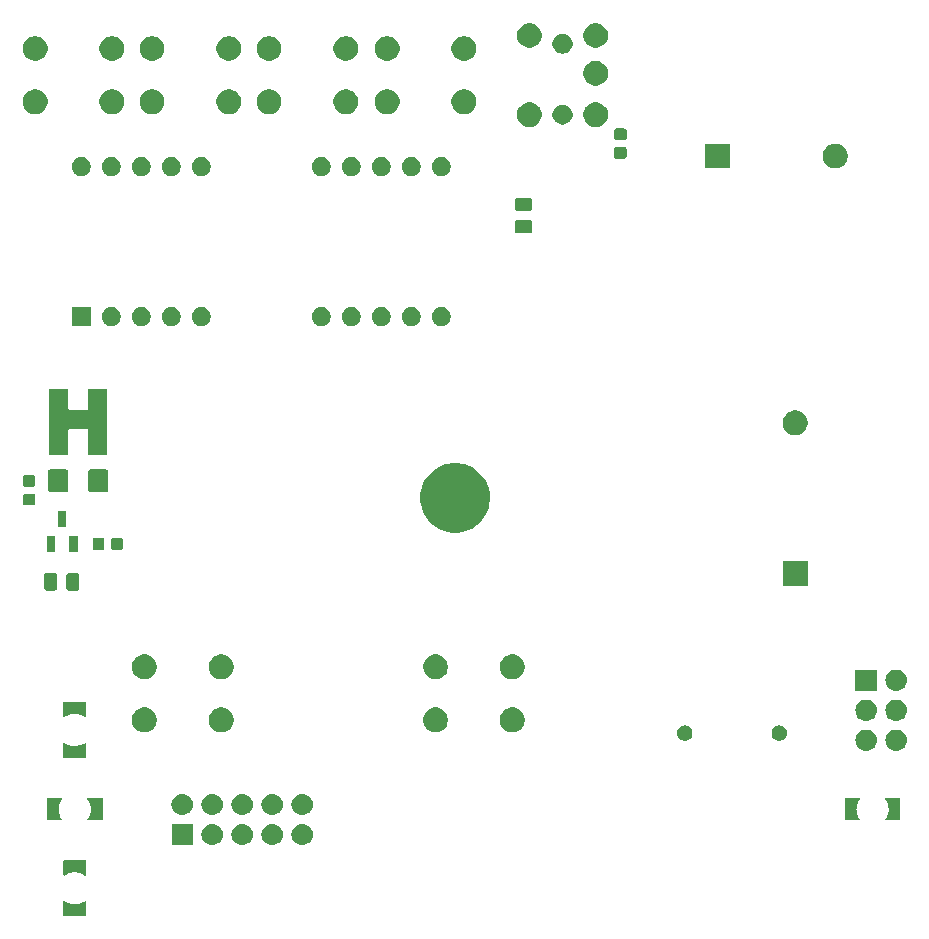
<source format=gbr>
G04 #@! TF.GenerationSoftware,KiCad,Pcbnew,5.1.4-e60b266~84~ubuntu18.04.1*
G04 #@! TF.CreationDate,2019-11-16T17:22:57+03:00*
G04 #@! TF.ProjectId,Dreamstalker-PRO-v1,44726561-6d73-4746-916c-6b65722d5052,v1.0*
G04 #@! TF.SameCoordinates,Original*
G04 #@! TF.FileFunction,Soldermask,Top*
G04 #@! TF.FilePolarity,Negative*
%FSLAX46Y46*%
G04 Gerber Fmt 4.6, Leading zero omitted, Abs format (unit mm)*
G04 Created by KiCad (PCBNEW 5.1.4-e60b266~84~ubuntu18.04.1) date 2019-11-16 17:22:57*
%MOMM*%
%LPD*%
G04 APERTURE LIST*
%ADD10C,0.100000*%
G04 APERTURE END LIST*
D10*
G36*
X96105538Y-118114004D02*
G01*
X96105996Y-118114096D01*
X96106049Y-118114101D01*
X96115942Y-118116082D01*
X96115992Y-118116097D01*
X96116470Y-118116193D01*
X96126576Y-118120396D01*
X96135708Y-118126508D01*
X96136073Y-118126873D01*
X96143181Y-118133991D01*
X96143188Y-118133999D01*
X96143524Y-118134336D01*
X96143788Y-118134731D01*
X96143802Y-118134749D01*
X96149385Y-118143123D01*
X96149398Y-118143148D01*
X96149669Y-118143554D01*
X96153862Y-118153706D01*
X96156576Y-118167397D01*
X96156852Y-118173048D01*
X96156852Y-119346923D01*
X96156572Y-119352633D01*
X96155906Y-119355977D01*
X96155904Y-119355997D01*
X96153938Y-119365873D01*
X96153929Y-119365902D01*
X96153832Y-119366390D01*
X96149640Y-119376510D01*
X96143569Y-119385607D01*
X96143246Y-119385930D01*
X96143178Y-119386013D01*
X96136013Y-119393178D01*
X96135930Y-119393246D01*
X96135607Y-119393569D01*
X96126510Y-119399640D01*
X96116390Y-119403832D01*
X96115902Y-119403929D01*
X96115873Y-119403938D01*
X96105997Y-119405904D01*
X96105977Y-119405906D01*
X96102633Y-119406572D01*
X96096923Y-119406852D01*
X94303077Y-119406852D01*
X94297367Y-119406572D01*
X94294023Y-119405906D01*
X94294003Y-119405904D01*
X94284127Y-119403938D01*
X94284098Y-119403929D01*
X94283610Y-119403832D01*
X94273490Y-119399640D01*
X94264393Y-119393569D01*
X94264070Y-119393246D01*
X94263987Y-119393178D01*
X94256822Y-119386013D01*
X94256754Y-119385930D01*
X94256431Y-119385607D01*
X94250360Y-119376510D01*
X94246168Y-119366390D01*
X94246071Y-119365902D01*
X94246062Y-119365873D01*
X94244096Y-119355997D01*
X94244094Y-119355977D01*
X94243428Y-119352633D01*
X94243148Y-119346923D01*
X94243148Y-118173077D01*
X94243428Y-118167367D01*
X94244094Y-118164023D01*
X94244096Y-118164003D01*
X94246062Y-118154127D01*
X94246071Y-118154098D01*
X94246168Y-118153610D01*
X94250360Y-118143490D01*
X94256431Y-118134393D01*
X94256754Y-118134070D01*
X94256822Y-118133987D01*
X94263987Y-118126822D01*
X94264070Y-118126754D01*
X94264393Y-118126431D01*
X94273490Y-118120360D01*
X94283610Y-118116168D01*
X94284098Y-118116071D01*
X94284127Y-118116062D01*
X94294003Y-118114096D01*
X94294025Y-118114094D01*
X94294501Y-118113999D01*
X94305499Y-118113999D01*
X94305976Y-118114094D01*
X94305997Y-118114096D01*
X94315873Y-118116062D01*
X94315896Y-118116069D01*
X94315936Y-118116077D01*
X94315971Y-118116092D01*
X94316811Y-118116347D01*
X94326743Y-118120551D01*
X94327512Y-118120977D01*
X94329870Y-118121975D01*
X94335954Y-118125815D01*
X94397155Y-118169530D01*
X94405498Y-118175000D01*
X94447530Y-118200219D01*
X94449824Y-118201563D01*
X94513839Y-118238143D01*
X94519955Y-118241416D01*
X94568657Y-118265767D01*
X94578135Y-118270023D01*
X94620892Y-118287126D01*
X94621133Y-118287223D01*
X94622956Y-118287985D01*
X94685451Y-118314768D01*
X94695163Y-118318461D01*
X94773176Y-118344465D01*
X94779814Y-118346474D01*
X94877391Y-118373086D01*
X94887920Y-118375475D01*
X94985202Y-118393163D01*
X94992060Y-118394214D01*
X95062753Y-118403050D01*
X95068668Y-118403647D01*
X95180412Y-118412244D01*
X95199588Y-118412244D01*
X95314367Y-118403414D01*
X95316095Y-118403269D01*
X95413933Y-118394375D01*
X95428809Y-118392113D01*
X95552098Y-118365693D01*
X95560245Y-118363659D01*
X95682643Y-118328689D01*
X95698406Y-118323018D01*
X95839977Y-118261080D01*
X95849731Y-118256297D01*
X95945686Y-118203958D01*
X95955167Y-118198228D01*
X96065912Y-118124398D01*
X96070843Y-118121450D01*
X96083694Y-118116143D01*
X96084175Y-118116048D01*
X96084194Y-118116042D01*
X96094060Y-118114090D01*
X96094066Y-118114089D01*
X96094553Y-118113993D01*
X96105538Y-118114004D01*
X96105538Y-118114004D01*
G37*
G36*
X96102633Y-114693428D02*
G01*
X96105977Y-114694094D01*
X96105997Y-114694096D01*
X96115873Y-114696062D01*
X96115902Y-114696071D01*
X96116390Y-114696168D01*
X96126510Y-114700360D01*
X96135607Y-114706431D01*
X96135930Y-114706754D01*
X96136013Y-114706822D01*
X96143178Y-114713987D01*
X96143246Y-114714070D01*
X96143569Y-114714393D01*
X96149640Y-114723490D01*
X96153832Y-114733610D01*
X96153929Y-114734098D01*
X96153938Y-114734127D01*
X96155904Y-114744003D01*
X96155906Y-114744023D01*
X96156572Y-114747367D01*
X96156852Y-114753077D01*
X96156852Y-115926923D01*
X96156572Y-115932633D01*
X96155906Y-115935977D01*
X96155904Y-115935997D01*
X96153938Y-115945873D01*
X96153929Y-115945902D01*
X96153832Y-115946390D01*
X96149640Y-115956510D01*
X96143569Y-115965607D01*
X96143246Y-115965930D01*
X96143178Y-115966013D01*
X96136013Y-115973178D01*
X96135930Y-115973246D01*
X96135607Y-115973569D01*
X96126510Y-115979640D01*
X96116390Y-115983832D01*
X96115902Y-115983929D01*
X96115873Y-115983938D01*
X96105997Y-115985904D01*
X96105975Y-115985906D01*
X96105499Y-115986001D01*
X96094501Y-115986001D01*
X96094024Y-115985906D01*
X96094003Y-115985904D01*
X96084127Y-115983938D01*
X96084104Y-115983931D01*
X96084064Y-115983923D01*
X96084029Y-115983908D01*
X96083189Y-115983653D01*
X96073257Y-115979449D01*
X96072488Y-115979023D01*
X96070130Y-115978025D01*
X96064046Y-115974185D01*
X96002845Y-115930470D01*
X95994502Y-115925000D01*
X95952470Y-115899781D01*
X95950176Y-115898437D01*
X95886161Y-115861857D01*
X95880045Y-115858584D01*
X95831343Y-115834233D01*
X95821865Y-115829977D01*
X95779108Y-115812874D01*
X95778867Y-115812777D01*
X95777044Y-115812015D01*
X95714549Y-115785232D01*
X95704837Y-115781539D01*
X95626824Y-115755535D01*
X95620186Y-115753526D01*
X95522609Y-115726914D01*
X95512080Y-115724525D01*
X95414798Y-115706837D01*
X95407940Y-115705786D01*
X95337247Y-115696950D01*
X95331332Y-115696353D01*
X95219588Y-115687756D01*
X95200412Y-115687756D01*
X95085607Y-115696588D01*
X95083878Y-115696733D01*
X94986066Y-115705625D01*
X94971191Y-115707887D01*
X94847902Y-115734307D01*
X94839755Y-115736341D01*
X94717357Y-115771311D01*
X94701594Y-115776982D01*
X94560023Y-115838920D01*
X94550269Y-115843703D01*
X94454314Y-115896042D01*
X94444833Y-115901772D01*
X94334088Y-115975602D01*
X94329157Y-115978550D01*
X94316306Y-115983857D01*
X94315825Y-115983952D01*
X94315806Y-115983958D01*
X94305940Y-115985910D01*
X94305934Y-115985911D01*
X94305447Y-115986007D01*
X94294462Y-115985996D01*
X94294004Y-115985904D01*
X94293951Y-115985899D01*
X94284058Y-115983918D01*
X94284008Y-115983903D01*
X94283530Y-115983807D01*
X94273424Y-115979604D01*
X94264292Y-115973492D01*
X94263927Y-115973127D01*
X94256819Y-115966009D01*
X94256812Y-115966001D01*
X94256476Y-115965664D01*
X94256212Y-115965269D01*
X94256198Y-115965251D01*
X94250615Y-115956877D01*
X94250602Y-115956852D01*
X94250331Y-115956446D01*
X94246138Y-115946294D01*
X94243424Y-115932603D01*
X94243148Y-115926952D01*
X94243148Y-114753077D01*
X94243428Y-114747367D01*
X94244094Y-114744023D01*
X94244096Y-114744003D01*
X94246062Y-114734127D01*
X94246071Y-114734098D01*
X94246168Y-114733610D01*
X94250360Y-114723490D01*
X94256431Y-114714393D01*
X94256754Y-114714070D01*
X94256822Y-114713987D01*
X94263987Y-114706822D01*
X94264070Y-114706754D01*
X94264393Y-114706431D01*
X94273490Y-114700360D01*
X94283610Y-114696168D01*
X94284098Y-114696071D01*
X94284127Y-114696062D01*
X94294003Y-114694096D01*
X94294023Y-114694094D01*
X94297367Y-114693428D01*
X94303077Y-114693148D01*
X96096923Y-114693148D01*
X96102633Y-114693428D01*
X96102633Y-114693428D01*
G37*
G36*
X106950443Y-111605519D02*
G01*
X107016627Y-111612037D01*
X107186466Y-111663557D01*
X107342991Y-111747222D01*
X107378729Y-111776552D01*
X107480186Y-111859814D01*
X107563448Y-111961271D01*
X107592778Y-111997009D01*
X107676443Y-112153534D01*
X107727963Y-112323373D01*
X107745359Y-112500000D01*
X107727963Y-112676627D01*
X107676443Y-112846466D01*
X107592778Y-113002991D01*
X107563448Y-113038729D01*
X107480186Y-113140186D01*
X107378729Y-113223448D01*
X107342991Y-113252778D01*
X107186466Y-113336443D01*
X107016627Y-113387963D01*
X106950442Y-113394482D01*
X106884260Y-113401000D01*
X106795740Y-113401000D01*
X106729558Y-113394482D01*
X106663373Y-113387963D01*
X106493534Y-113336443D01*
X106337009Y-113252778D01*
X106301271Y-113223448D01*
X106199814Y-113140186D01*
X106116552Y-113038729D01*
X106087222Y-113002991D01*
X106003557Y-112846466D01*
X105952037Y-112676627D01*
X105934641Y-112500000D01*
X105952037Y-112323373D01*
X106003557Y-112153534D01*
X106087222Y-111997009D01*
X106116552Y-111961271D01*
X106199814Y-111859814D01*
X106301271Y-111776552D01*
X106337009Y-111747222D01*
X106493534Y-111663557D01*
X106663373Y-111612037D01*
X106729557Y-111605519D01*
X106795740Y-111599000D01*
X106884260Y-111599000D01*
X106950443Y-111605519D01*
X106950443Y-111605519D01*
G37*
G36*
X109490443Y-111605519D02*
G01*
X109556627Y-111612037D01*
X109726466Y-111663557D01*
X109882991Y-111747222D01*
X109918729Y-111776552D01*
X110020186Y-111859814D01*
X110103448Y-111961271D01*
X110132778Y-111997009D01*
X110216443Y-112153534D01*
X110267963Y-112323373D01*
X110285359Y-112500000D01*
X110267963Y-112676627D01*
X110216443Y-112846466D01*
X110132778Y-113002991D01*
X110103448Y-113038729D01*
X110020186Y-113140186D01*
X109918729Y-113223448D01*
X109882991Y-113252778D01*
X109726466Y-113336443D01*
X109556627Y-113387963D01*
X109490442Y-113394482D01*
X109424260Y-113401000D01*
X109335740Y-113401000D01*
X109269558Y-113394482D01*
X109203373Y-113387963D01*
X109033534Y-113336443D01*
X108877009Y-113252778D01*
X108841271Y-113223448D01*
X108739814Y-113140186D01*
X108656552Y-113038729D01*
X108627222Y-113002991D01*
X108543557Y-112846466D01*
X108492037Y-112676627D01*
X108474641Y-112500000D01*
X108492037Y-112323373D01*
X108543557Y-112153534D01*
X108627222Y-111997009D01*
X108656552Y-111961271D01*
X108739814Y-111859814D01*
X108841271Y-111776552D01*
X108877009Y-111747222D01*
X109033534Y-111663557D01*
X109203373Y-111612037D01*
X109269557Y-111605519D01*
X109335740Y-111599000D01*
X109424260Y-111599000D01*
X109490443Y-111605519D01*
X109490443Y-111605519D01*
G37*
G36*
X112030443Y-111605519D02*
G01*
X112096627Y-111612037D01*
X112266466Y-111663557D01*
X112422991Y-111747222D01*
X112458729Y-111776552D01*
X112560186Y-111859814D01*
X112643448Y-111961271D01*
X112672778Y-111997009D01*
X112756443Y-112153534D01*
X112807963Y-112323373D01*
X112825359Y-112500000D01*
X112807963Y-112676627D01*
X112756443Y-112846466D01*
X112672778Y-113002991D01*
X112643448Y-113038729D01*
X112560186Y-113140186D01*
X112458729Y-113223448D01*
X112422991Y-113252778D01*
X112266466Y-113336443D01*
X112096627Y-113387963D01*
X112030442Y-113394482D01*
X111964260Y-113401000D01*
X111875740Y-113401000D01*
X111809558Y-113394482D01*
X111743373Y-113387963D01*
X111573534Y-113336443D01*
X111417009Y-113252778D01*
X111381271Y-113223448D01*
X111279814Y-113140186D01*
X111196552Y-113038729D01*
X111167222Y-113002991D01*
X111083557Y-112846466D01*
X111032037Y-112676627D01*
X111014641Y-112500000D01*
X111032037Y-112323373D01*
X111083557Y-112153534D01*
X111167222Y-111997009D01*
X111196552Y-111961271D01*
X111279814Y-111859814D01*
X111381271Y-111776552D01*
X111417009Y-111747222D01*
X111573534Y-111663557D01*
X111743373Y-111612037D01*
X111809557Y-111605519D01*
X111875740Y-111599000D01*
X111964260Y-111599000D01*
X112030443Y-111605519D01*
X112030443Y-111605519D01*
G37*
G36*
X114570443Y-111605519D02*
G01*
X114636627Y-111612037D01*
X114806466Y-111663557D01*
X114962991Y-111747222D01*
X114998729Y-111776552D01*
X115100186Y-111859814D01*
X115183448Y-111961271D01*
X115212778Y-111997009D01*
X115296443Y-112153534D01*
X115347963Y-112323373D01*
X115365359Y-112500000D01*
X115347963Y-112676627D01*
X115296443Y-112846466D01*
X115212778Y-113002991D01*
X115183448Y-113038729D01*
X115100186Y-113140186D01*
X114998729Y-113223448D01*
X114962991Y-113252778D01*
X114806466Y-113336443D01*
X114636627Y-113387963D01*
X114570442Y-113394482D01*
X114504260Y-113401000D01*
X114415740Y-113401000D01*
X114349558Y-113394482D01*
X114283373Y-113387963D01*
X114113534Y-113336443D01*
X113957009Y-113252778D01*
X113921271Y-113223448D01*
X113819814Y-113140186D01*
X113736552Y-113038729D01*
X113707222Y-113002991D01*
X113623557Y-112846466D01*
X113572037Y-112676627D01*
X113554641Y-112500000D01*
X113572037Y-112323373D01*
X113623557Y-112153534D01*
X113707222Y-111997009D01*
X113736552Y-111961271D01*
X113819814Y-111859814D01*
X113921271Y-111776552D01*
X113957009Y-111747222D01*
X114113534Y-111663557D01*
X114283373Y-111612037D01*
X114349557Y-111605519D01*
X114415740Y-111599000D01*
X114504260Y-111599000D01*
X114570443Y-111605519D01*
X114570443Y-111605519D01*
G37*
G36*
X105201000Y-113401000D02*
G01*
X103399000Y-113401000D01*
X103399000Y-111599000D01*
X105201000Y-111599000D01*
X105201000Y-113401000D01*
X105201000Y-113401000D01*
G37*
G36*
X94082633Y-109393428D02*
G01*
X94085977Y-109394094D01*
X94085997Y-109394096D01*
X94095873Y-109396062D01*
X94095902Y-109396071D01*
X94096390Y-109396168D01*
X94106510Y-109400360D01*
X94115607Y-109406431D01*
X94115930Y-109406754D01*
X94116013Y-109406822D01*
X94123178Y-109413987D01*
X94123246Y-109414070D01*
X94123569Y-109414393D01*
X94129640Y-109423490D01*
X94133832Y-109433610D01*
X94133929Y-109434098D01*
X94133938Y-109434127D01*
X94135904Y-109444003D01*
X94135906Y-109444025D01*
X94136001Y-109444501D01*
X94136001Y-109455499D01*
X94135906Y-109455976D01*
X94135904Y-109455997D01*
X94133938Y-109465873D01*
X94133931Y-109465896D01*
X94133923Y-109465936D01*
X94133908Y-109465971D01*
X94133653Y-109466811D01*
X94129449Y-109476743D01*
X94129023Y-109477512D01*
X94128025Y-109479870D01*
X94124185Y-109485954D01*
X94080470Y-109547155D01*
X94075000Y-109555498D01*
X94049781Y-109597530D01*
X94048437Y-109599824D01*
X94011857Y-109663839D01*
X94008584Y-109669955D01*
X93984233Y-109718657D01*
X93979977Y-109728135D01*
X93962874Y-109770892D01*
X93962784Y-109771115D01*
X93962015Y-109772956D01*
X93935232Y-109835451D01*
X93931539Y-109845163D01*
X93905535Y-109923176D01*
X93903526Y-109929814D01*
X93876914Y-110027391D01*
X93874525Y-110037920D01*
X93856837Y-110135202D01*
X93855786Y-110142060D01*
X93846950Y-110212753D01*
X93846353Y-110218668D01*
X93837756Y-110330412D01*
X93837756Y-110349588D01*
X93846588Y-110464393D01*
X93846733Y-110466122D01*
X93855625Y-110563934D01*
X93857887Y-110578809D01*
X93884307Y-110702098D01*
X93886341Y-110710245D01*
X93921311Y-110832643D01*
X93926982Y-110848406D01*
X93988920Y-110989977D01*
X93993703Y-110999731D01*
X94046042Y-111095686D01*
X94051772Y-111105167D01*
X94125602Y-111215912D01*
X94128550Y-111220843D01*
X94133857Y-111233694D01*
X94133952Y-111234175D01*
X94133958Y-111234194D01*
X94135910Y-111244060D01*
X94135911Y-111244066D01*
X94136007Y-111244553D01*
X94135996Y-111255538D01*
X94135904Y-111255996D01*
X94135899Y-111256049D01*
X94133918Y-111265942D01*
X94133903Y-111265992D01*
X94133807Y-111266470D01*
X94129604Y-111276576D01*
X94123492Y-111285708D01*
X94123127Y-111286073D01*
X94116009Y-111293181D01*
X94116001Y-111293188D01*
X94115664Y-111293524D01*
X94115269Y-111293788D01*
X94115251Y-111293802D01*
X94106877Y-111299385D01*
X94106852Y-111299398D01*
X94106446Y-111299669D01*
X94096294Y-111303862D01*
X94082603Y-111306576D01*
X94076952Y-111306852D01*
X92903077Y-111306852D01*
X92897367Y-111306572D01*
X92894023Y-111305906D01*
X92894003Y-111305904D01*
X92884127Y-111303938D01*
X92884098Y-111303929D01*
X92883610Y-111303832D01*
X92873490Y-111299640D01*
X92864393Y-111293569D01*
X92864070Y-111293246D01*
X92863987Y-111293178D01*
X92856822Y-111286013D01*
X92856754Y-111285930D01*
X92856431Y-111285607D01*
X92850360Y-111276510D01*
X92846168Y-111266390D01*
X92846071Y-111265902D01*
X92846062Y-111265873D01*
X92844096Y-111255997D01*
X92844094Y-111255977D01*
X92843428Y-111252633D01*
X92843148Y-111246923D01*
X92843148Y-109453077D01*
X92843428Y-109447367D01*
X92844094Y-109444023D01*
X92844096Y-109444003D01*
X92846062Y-109434127D01*
X92846071Y-109434098D01*
X92846168Y-109433610D01*
X92850360Y-109423490D01*
X92856431Y-109414393D01*
X92856754Y-109414070D01*
X92856822Y-109413987D01*
X92863987Y-109406822D01*
X92864070Y-109406754D01*
X92864393Y-109406431D01*
X92873490Y-109400360D01*
X92883610Y-109396168D01*
X92884098Y-109396071D01*
X92884127Y-109396062D01*
X92894003Y-109394096D01*
X92894023Y-109394094D01*
X92897367Y-109393428D01*
X92903077Y-109393148D01*
X94076923Y-109393148D01*
X94082633Y-109393428D01*
X94082633Y-109393428D01*
G37*
G36*
X97502633Y-109393428D02*
G01*
X97505977Y-109394094D01*
X97505997Y-109394096D01*
X97515873Y-109396062D01*
X97515902Y-109396071D01*
X97516390Y-109396168D01*
X97526510Y-109400360D01*
X97535607Y-109406431D01*
X97535930Y-109406754D01*
X97536013Y-109406822D01*
X97543178Y-109413987D01*
X97543246Y-109414070D01*
X97543569Y-109414393D01*
X97549640Y-109423490D01*
X97553832Y-109433610D01*
X97553929Y-109434098D01*
X97553938Y-109434127D01*
X97555904Y-109444003D01*
X97555906Y-109444023D01*
X97556572Y-109447367D01*
X97556852Y-109453077D01*
X97556852Y-111246923D01*
X97556572Y-111252633D01*
X97555906Y-111255977D01*
X97555904Y-111255997D01*
X97553938Y-111265873D01*
X97553929Y-111265902D01*
X97553832Y-111266390D01*
X97549640Y-111276510D01*
X97543569Y-111285607D01*
X97543246Y-111285930D01*
X97543178Y-111286013D01*
X97536013Y-111293178D01*
X97535930Y-111293246D01*
X97535607Y-111293569D01*
X97526510Y-111299640D01*
X97516390Y-111303832D01*
X97515902Y-111303929D01*
X97515873Y-111303938D01*
X97505997Y-111305904D01*
X97505977Y-111305906D01*
X97502633Y-111306572D01*
X97496923Y-111306852D01*
X96323077Y-111306852D01*
X96317367Y-111306572D01*
X96314023Y-111305906D01*
X96314003Y-111305904D01*
X96304127Y-111303938D01*
X96304098Y-111303929D01*
X96303610Y-111303832D01*
X96293490Y-111299640D01*
X96284393Y-111293569D01*
X96284070Y-111293246D01*
X96283987Y-111293178D01*
X96276822Y-111286013D01*
X96276754Y-111285930D01*
X96276431Y-111285607D01*
X96270360Y-111276510D01*
X96266168Y-111266390D01*
X96266071Y-111265902D01*
X96266062Y-111265873D01*
X96264096Y-111255997D01*
X96264094Y-111255975D01*
X96263999Y-111255499D01*
X96263999Y-111244501D01*
X96264094Y-111244024D01*
X96264096Y-111244003D01*
X96266062Y-111234127D01*
X96266069Y-111234104D01*
X96266077Y-111234064D01*
X96266092Y-111234029D01*
X96266347Y-111233189D01*
X96270551Y-111223257D01*
X96270977Y-111222488D01*
X96271975Y-111220130D01*
X96275815Y-111214046D01*
X96319530Y-111152845D01*
X96325000Y-111144502D01*
X96350219Y-111102470D01*
X96351563Y-111100176D01*
X96388143Y-111036161D01*
X96391416Y-111030045D01*
X96415767Y-110981343D01*
X96420023Y-110971865D01*
X96437126Y-110929108D01*
X96437223Y-110928867D01*
X96437985Y-110927044D01*
X96464768Y-110864549D01*
X96468461Y-110854837D01*
X96494465Y-110776824D01*
X96496474Y-110770186D01*
X96523086Y-110672609D01*
X96525475Y-110662080D01*
X96543163Y-110564798D01*
X96544214Y-110557940D01*
X96553050Y-110487247D01*
X96553647Y-110481332D01*
X96562244Y-110369588D01*
X96562244Y-110350412D01*
X96553414Y-110235633D01*
X96553269Y-110233905D01*
X96544375Y-110136067D01*
X96542113Y-110121191D01*
X96515693Y-109997902D01*
X96513659Y-109989755D01*
X96478689Y-109867357D01*
X96473018Y-109851594D01*
X96411080Y-109710023D01*
X96406297Y-109700269D01*
X96353958Y-109604314D01*
X96348228Y-109594833D01*
X96274398Y-109484088D01*
X96271450Y-109479157D01*
X96266143Y-109466306D01*
X96266048Y-109465825D01*
X96266042Y-109465806D01*
X96264090Y-109455940D01*
X96264089Y-109455934D01*
X96263993Y-109455447D01*
X96264004Y-109444462D01*
X96264096Y-109444003D01*
X96264101Y-109443951D01*
X96266082Y-109434058D01*
X96266097Y-109434008D01*
X96266193Y-109433530D01*
X96270396Y-109423424D01*
X96276508Y-109414292D01*
X96276873Y-109413927D01*
X96283991Y-109406819D01*
X96283999Y-109406812D01*
X96284336Y-109406476D01*
X96284731Y-109406212D01*
X96284749Y-109406198D01*
X96293123Y-109400615D01*
X96293148Y-109400602D01*
X96293554Y-109400331D01*
X96303706Y-109396138D01*
X96317397Y-109393424D01*
X96323048Y-109393148D01*
X97496923Y-109393148D01*
X97502633Y-109393428D01*
X97502633Y-109393428D01*
G37*
G36*
X161632633Y-109393428D02*
G01*
X161635977Y-109394094D01*
X161635997Y-109394096D01*
X161645873Y-109396062D01*
X161645902Y-109396071D01*
X161646390Y-109396168D01*
X161656510Y-109400360D01*
X161665607Y-109406431D01*
X161665930Y-109406754D01*
X161666013Y-109406822D01*
X161673178Y-109413987D01*
X161673246Y-109414070D01*
X161673569Y-109414393D01*
X161679640Y-109423490D01*
X161683832Y-109433610D01*
X161683929Y-109434098D01*
X161683938Y-109434127D01*
X161685904Y-109444003D01*
X161685906Y-109444025D01*
X161686001Y-109444501D01*
X161686001Y-109455499D01*
X161685906Y-109455976D01*
X161685904Y-109455997D01*
X161683938Y-109465873D01*
X161683931Y-109465896D01*
X161683923Y-109465936D01*
X161683908Y-109465971D01*
X161683653Y-109466811D01*
X161679449Y-109476743D01*
X161679023Y-109477512D01*
X161678025Y-109479870D01*
X161674185Y-109485954D01*
X161630470Y-109547155D01*
X161625000Y-109555498D01*
X161599781Y-109597530D01*
X161598437Y-109599824D01*
X161561857Y-109663839D01*
X161558584Y-109669955D01*
X161534233Y-109718657D01*
X161529977Y-109728135D01*
X161512874Y-109770892D01*
X161512784Y-109771115D01*
X161512015Y-109772956D01*
X161485232Y-109835451D01*
X161481539Y-109845163D01*
X161455535Y-109923176D01*
X161453526Y-109929814D01*
X161426914Y-110027391D01*
X161424525Y-110037920D01*
X161406837Y-110135202D01*
X161405786Y-110142060D01*
X161396950Y-110212753D01*
X161396353Y-110218668D01*
X161387756Y-110330412D01*
X161387756Y-110349588D01*
X161396586Y-110464367D01*
X161396731Y-110466095D01*
X161405625Y-110563933D01*
X161407887Y-110578809D01*
X161434307Y-110702098D01*
X161436341Y-110710245D01*
X161471311Y-110832643D01*
X161476982Y-110848406D01*
X161538920Y-110989977D01*
X161543703Y-110999731D01*
X161596042Y-111095686D01*
X161601772Y-111105167D01*
X161675602Y-111215912D01*
X161678550Y-111220843D01*
X161683857Y-111233694D01*
X161683952Y-111234175D01*
X161683958Y-111234194D01*
X161685910Y-111244060D01*
X161685911Y-111244066D01*
X161686007Y-111244553D01*
X161685996Y-111255538D01*
X161685904Y-111255996D01*
X161685899Y-111256049D01*
X161683918Y-111265942D01*
X161683903Y-111265992D01*
X161683807Y-111266470D01*
X161679604Y-111276576D01*
X161673492Y-111285708D01*
X161673127Y-111286073D01*
X161666009Y-111293181D01*
X161666001Y-111293188D01*
X161665664Y-111293524D01*
X161665269Y-111293788D01*
X161665251Y-111293802D01*
X161656877Y-111299385D01*
X161656852Y-111299398D01*
X161656446Y-111299669D01*
X161646294Y-111303862D01*
X161632603Y-111306576D01*
X161626952Y-111306852D01*
X160453077Y-111306852D01*
X160447367Y-111306572D01*
X160444023Y-111305906D01*
X160444003Y-111305904D01*
X160434127Y-111303938D01*
X160434098Y-111303929D01*
X160433610Y-111303832D01*
X160423490Y-111299640D01*
X160414393Y-111293569D01*
X160414070Y-111293246D01*
X160413987Y-111293178D01*
X160406822Y-111286013D01*
X160406754Y-111285930D01*
X160406431Y-111285607D01*
X160400360Y-111276510D01*
X160396168Y-111266390D01*
X160396071Y-111265902D01*
X160396062Y-111265873D01*
X160394096Y-111255997D01*
X160394094Y-111255977D01*
X160393428Y-111252633D01*
X160393148Y-111246923D01*
X160393148Y-109453077D01*
X160393428Y-109447367D01*
X160394094Y-109444023D01*
X160394096Y-109444003D01*
X160396062Y-109434127D01*
X160396071Y-109434098D01*
X160396168Y-109433610D01*
X160400360Y-109423490D01*
X160406431Y-109414393D01*
X160406754Y-109414070D01*
X160406822Y-109413987D01*
X160413987Y-109406822D01*
X160414070Y-109406754D01*
X160414393Y-109406431D01*
X160423490Y-109400360D01*
X160433610Y-109396168D01*
X160434098Y-109396071D01*
X160434127Y-109396062D01*
X160444003Y-109394096D01*
X160444023Y-109394094D01*
X160447367Y-109393428D01*
X160453077Y-109393148D01*
X161626923Y-109393148D01*
X161632633Y-109393428D01*
X161632633Y-109393428D01*
G37*
G36*
X165052633Y-109393428D02*
G01*
X165055977Y-109394094D01*
X165055997Y-109394096D01*
X165065873Y-109396062D01*
X165065902Y-109396071D01*
X165066390Y-109396168D01*
X165076510Y-109400360D01*
X165085607Y-109406431D01*
X165085930Y-109406754D01*
X165086013Y-109406822D01*
X165093178Y-109413987D01*
X165093246Y-109414070D01*
X165093569Y-109414393D01*
X165099640Y-109423490D01*
X165103832Y-109433610D01*
X165103929Y-109434098D01*
X165103938Y-109434127D01*
X165105904Y-109444003D01*
X165105906Y-109444023D01*
X165106572Y-109447367D01*
X165106852Y-109453077D01*
X165106852Y-111246923D01*
X165106572Y-111252633D01*
X165105906Y-111255977D01*
X165105904Y-111255997D01*
X165103938Y-111265873D01*
X165103929Y-111265902D01*
X165103832Y-111266390D01*
X165099640Y-111276510D01*
X165093569Y-111285607D01*
X165093246Y-111285930D01*
X165093178Y-111286013D01*
X165086013Y-111293178D01*
X165085930Y-111293246D01*
X165085607Y-111293569D01*
X165076510Y-111299640D01*
X165066390Y-111303832D01*
X165065902Y-111303929D01*
X165065873Y-111303938D01*
X165055997Y-111305904D01*
X165055977Y-111305906D01*
X165052633Y-111306572D01*
X165046923Y-111306852D01*
X163873077Y-111306852D01*
X163867367Y-111306572D01*
X163864023Y-111305906D01*
X163864003Y-111305904D01*
X163854127Y-111303938D01*
X163854098Y-111303929D01*
X163853610Y-111303832D01*
X163843490Y-111299640D01*
X163834393Y-111293569D01*
X163834070Y-111293246D01*
X163833987Y-111293178D01*
X163826822Y-111286013D01*
X163826754Y-111285930D01*
X163826431Y-111285607D01*
X163820360Y-111276510D01*
X163816168Y-111266390D01*
X163816071Y-111265902D01*
X163816062Y-111265873D01*
X163814096Y-111255997D01*
X163814094Y-111255975D01*
X163813999Y-111255499D01*
X163813999Y-111244501D01*
X163814094Y-111244024D01*
X163814096Y-111244003D01*
X163816062Y-111234127D01*
X163816069Y-111234104D01*
X163816077Y-111234064D01*
X163816092Y-111234029D01*
X163816347Y-111233189D01*
X163820551Y-111223257D01*
X163820977Y-111222488D01*
X163821975Y-111220130D01*
X163825815Y-111214046D01*
X163869530Y-111152845D01*
X163875000Y-111144502D01*
X163900219Y-111102470D01*
X163901563Y-111100176D01*
X163938143Y-111036161D01*
X163941416Y-111030045D01*
X163965767Y-110981343D01*
X163970023Y-110971865D01*
X163987126Y-110929108D01*
X163987223Y-110928867D01*
X163987985Y-110927044D01*
X164014768Y-110864549D01*
X164018461Y-110854837D01*
X164044465Y-110776824D01*
X164046474Y-110770186D01*
X164073086Y-110672609D01*
X164075475Y-110662080D01*
X164093163Y-110564798D01*
X164094214Y-110557940D01*
X164103050Y-110487247D01*
X164103647Y-110481332D01*
X164112244Y-110369588D01*
X164112244Y-110350412D01*
X164103412Y-110235607D01*
X164103267Y-110233878D01*
X164094375Y-110136066D01*
X164092113Y-110121191D01*
X164065693Y-109997902D01*
X164063659Y-109989755D01*
X164028689Y-109867357D01*
X164023018Y-109851594D01*
X163961080Y-109710023D01*
X163956297Y-109700269D01*
X163903958Y-109604314D01*
X163898228Y-109594833D01*
X163824398Y-109484088D01*
X163821450Y-109479157D01*
X163816143Y-109466306D01*
X163816048Y-109465825D01*
X163816042Y-109465806D01*
X163814090Y-109455940D01*
X163814089Y-109455934D01*
X163813993Y-109455447D01*
X163814004Y-109444462D01*
X163814096Y-109444003D01*
X163814101Y-109443951D01*
X163816082Y-109434058D01*
X163816097Y-109434008D01*
X163816193Y-109433530D01*
X163820396Y-109423424D01*
X163826508Y-109414292D01*
X163826873Y-109413927D01*
X163833991Y-109406819D01*
X163833999Y-109406812D01*
X163834336Y-109406476D01*
X163834731Y-109406212D01*
X163834749Y-109406198D01*
X163843123Y-109400615D01*
X163843148Y-109400602D01*
X163843554Y-109400331D01*
X163853706Y-109396138D01*
X163867397Y-109393424D01*
X163873048Y-109393148D01*
X165046923Y-109393148D01*
X165052633Y-109393428D01*
X165052633Y-109393428D01*
G37*
G36*
X112030443Y-109065519D02*
G01*
X112096627Y-109072037D01*
X112266466Y-109123557D01*
X112422991Y-109207222D01*
X112458729Y-109236552D01*
X112560186Y-109319814D01*
X112637421Y-109413927D01*
X112672778Y-109457009D01*
X112756443Y-109613534D01*
X112807963Y-109783373D01*
X112825359Y-109960000D01*
X112807963Y-110136627D01*
X112756443Y-110306466D01*
X112756442Y-110306468D01*
X112738519Y-110340000D01*
X112672778Y-110462991D01*
X112670208Y-110466122D01*
X112560186Y-110600186D01*
X112471937Y-110672609D01*
X112422991Y-110712778D01*
X112266466Y-110796443D01*
X112096627Y-110847963D01*
X112030443Y-110854481D01*
X111964260Y-110861000D01*
X111875740Y-110861000D01*
X111809557Y-110854481D01*
X111743373Y-110847963D01*
X111573534Y-110796443D01*
X111417009Y-110712778D01*
X111368063Y-110672609D01*
X111279814Y-110600186D01*
X111169792Y-110466122D01*
X111167222Y-110462991D01*
X111101481Y-110340000D01*
X111083558Y-110306468D01*
X111083557Y-110306466D01*
X111032037Y-110136627D01*
X111014641Y-109960000D01*
X111032037Y-109783373D01*
X111083557Y-109613534D01*
X111167222Y-109457009D01*
X111202579Y-109413927D01*
X111279814Y-109319814D01*
X111381271Y-109236552D01*
X111417009Y-109207222D01*
X111573534Y-109123557D01*
X111743373Y-109072037D01*
X111809557Y-109065519D01*
X111875740Y-109059000D01*
X111964260Y-109059000D01*
X112030443Y-109065519D01*
X112030443Y-109065519D01*
G37*
G36*
X104410443Y-109065519D02*
G01*
X104476627Y-109072037D01*
X104646466Y-109123557D01*
X104802991Y-109207222D01*
X104838729Y-109236552D01*
X104940186Y-109319814D01*
X105017421Y-109413927D01*
X105052778Y-109457009D01*
X105136443Y-109613534D01*
X105187963Y-109783373D01*
X105205359Y-109960000D01*
X105187963Y-110136627D01*
X105136443Y-110306466D01*
X105136442Y-110306468D01*
X105118519Y-110340000D01*
X105052778Y-110462991D01*
X105050208Y-110466122D01*
X104940186Y-110600186D01*
X104851937Y-110672609D01*
X104802991Y-110712778D01*
X104646466Y-110796443D01*
X104476627Y-110847963D01*
X104410443Y-110854481D01*
X104344260Y-110861000D01*
X104255740Y-110861000D01*
X104189557Y-110854481D01*
X104123373Y-110847963D01*
X103953534Y-110796443D01*
X103797009Y-110712778D01*
X103748063Y-110672609D01*
X103659814Y-110600186D01*
X103549792Y-110466122D01*
X103547222Y-110462991D01*
X103481481Y-110340000D01*
X103463558Y-110306468D01*
X103463557Y-110306466D01*
X103412037Y-110136627D01*
X103394641Y-109960000D01*
X103412037Y-109783373D01*
X103463557Y-109613534D01*
X103547222Y-109457009D01*
X103582579Y-109413927D01*
X103659814Y-109319814D01*
X103761271Y-109236552D01*
X103797009Y-109207222D01*
X103953534Y-109123557D01*
X104123373Y-109072037D01*
X104189557Y-109065519D01*
X104255740Y-109059000D01*
X104344260Y-109059000D01*
X104410443Y-109065519D01*
X104410443Y-109065519D01*
G37*
G36*
X106950443Y-109065519D02*
G01*
X107016627Y-109072037D01*
X107186466Y-109123557D01*
X107342991Y-109207222D01*
X107378729Y-109236552D01*
X107480186Y-109319814D01*
X107557421Y-109413927D01*
X107592778Y-109457009D01*
X107676443Y-109613534D01*
X107727963Y-109783373D01*
X107745359Y-109960000D01*
X107727963Y-110136627D01*
X107676443Y-110306466D01*
X107676442Y-110306468D01*
X107658519Y-110340000D01*
X107592778Y-110462991D01*
X107590208Y-110466122D01*
X107480186Y-110600186D01*
X107391937Y-110672609D01*
X107342991Y-110712778D01*
X107186466Y-110796443D01*
X107016627Y-110847963D01*
X106950443Y-110854481D01*
X106884260Y-110861000D01*
X106795740Y-110861000D01*
X106729557Y-110854481D01*
X106663373Y-110847963D01*
X106493534Y-110796443D01*
X106337009Y-110712778D01*
X106288063Y-110672609D01*
X106199814Y-110600186D01*
X106089792Y-110466122D01*
X106087222Y-110462991D01*
X106021481Y-110340000D01*
X106003558Y-110306468D01*
X106003557Y-110306466D01*
X105952037Y-110136627D01*
X105934641Y-109960000D01*
X105952037Y-109783373D01*
X106003557Y-109613534D01*
X106087222Y-109457009D01*
X106122579Y-109413927D01*
X106199814Y-109319814D01*
X106301271Y-109236552D01*
X106337009Y-109207222D01*
X106493534Y-109123557D01*
X106663373Y-109072037D01*
X106729557Y-109065519D01*
X106795740Y-109059000D01*
X106884260Y-109059000D01*
X106950443Y-109065519D01*
X106950443Y-109065519D01*
G37*
G36*
X109490443Y-109065519D02*
G01*
X109556627Y-109072037D01*
X109726466Y-109123557D01*
X109882991Y-109207222D01*
X109918729Y-109236552D01*
X110020186Y-109319814D01*
X110097421Y-109413927D01*
X110132778Y-109457009D01*
X110216443Y-109613534D01*
X110267963Y-109783373D01*
X110285359Y-109960000D01*
X110267963Y-110136627D01*
X110216443Y-110306466D01*
X110216442Y-110306468D01*
X110198519Y-110340000D01*
X110132778Y-110462991D01*
X110130208Y-110466122D01*
X110020186Y-110600186D01*
X109931937Y-110672609D01*
X109882991Y-110712778D01*
X109726466Y-110796443D01*
X109556627Y-110847963D01*
X109490443Y-110854481D01*
X109424260Y-110861000D01*
X109335740Y-110861000D01*
X109269557Y-110854481D01*
X109203373Y-110847963D01*
X109033534Y-110796443D01*
X108877009Y-110712778D01*
X108828063Y-110672609D01*
X108739814Y-110600186D01*
X108629792Y-110466122D01*
X108627222Y-110462991D01*
X108561481Y-110340000D01*
X108543558Y-110306468D01*
X108543557Y-110306466D01*
X108492037Y-110136627D01*
X108474641Y-109960000D01*
X108492037Y-109783373D01*
X108543557Y-109613534D01*
X108627222Y-109457009D01*
X108662579Y-109413927D01*
X108739814Y-109319814D01*
X108841271Y-109236552D01*
X108877009Y-109207222D01*
X109033534Y-109123557D01*
X109203373Y-109072037D01*
X109269557Y-109065519D01*
X109335740Y-109059000D01*
X109424260Y-109059000D01*
X109490443Y-109065519D01*
X109490443Y-109065519D01*
G37*
G36*
X114570443Y-109065519D02*
G01*
X114636627Y-109072037D01*
X114806466Y-109123557D01*
X114962991Y-109207222D01*
X114998729Y-109236552D01*
X115100186Y-109319814D01*
X115177421Y-109413927D01*
X115212778Y-109457009D01*
X115296443Y-109613534D01*
X115347963Y-109783373D01*
X115365359Y-109960000D01*
X115347963Y-110136627D01*
X115296443Y-110306466D01*
X115296442Y-110306468D01*
X115278519Y-110340000D01*
X115212778Y-110462991D01*
X115210208Y-110466122D01*
X115100186Y-110600186D01*
X115011937Y-110672609D01*
X114962991Y-110712778D01*
X114806466Y-110796443D01*
X114636627Y-110847963D01*
X114570443Y-110854481D01*
X114504260Y-110861000D01*
X114415740Y-110861000D01*
X114349557Y-110854481D01*
X114283373Y-110847963D01*
X114113534Y-110796443D01*
X113957009Y-110712778D01*
X113908063Y-110672609D01*
X113819814Y-110600186D01*
X113709792Y-110466122D01*
X113707222Y-110462991D01*
X113641481Y-110340000D01*
X113623558Y-110306468D01*
X113623557Y-110306466D01*
X113572037Y-110136627D01*
X113554641Y-109960000D01*
X113572037Y-109783373D01*
X113623557Y-109613534D01*
X113707222Y-109457009D01*
X113742579Y-109413927D01*
X113819814Y-109319814D01*
X113921271Y-109236552D01*
X113957009Y-109207222D01*
X114113534Y-109123557D01*
X114283373Y-109072037D01*
X114349557Y-109065519D01*
X114415740Y-109059000D01*
X114504260Y-109059000D01*
X114570443Y-109065519D01*
X114570443Y-109065519D01*
G37*
G36*
X96105538Y-104714004D02*
G01*
X96105996Y-104714096D01*
X96106049Y-104714101D01*
X96115942Y-104716082D01*
X96115992Y-104716097D01*
X96116470Y-104716193D01*
X96126576Y-104720396D01*
X96135708Y-104726508D01*
X96136073Y-104726873D01*
X96143181Y-104733991D01*
X96143188Y-104733999D01*
X96143524Y-104734336D01*
X96143788Y-104734731D01*
X96143802Y-104734749D01*
X96149385Y-104743123D01*
X96149398Y-104743148D01*
X96149669Y-104743554D01*
X96153862Y-104753706D01*
X96156576Y-104767397D01*
X96156852Y-104773048D01*
X96156852Y-105946923D01*
X96156572Y-105952633D01*
X96155906Y-105955977D01*
X96155904Y-105955997D01*
X96153938Y-105965873D01*
X96153929Y-105965902D01*
X96153832Y-105966390D01*
X96149640Y-105976510D01*
X96143569Y-105985607D01*
X96143246Y-105985930D01*
X96143178Y-105986013D01*
X96136013Y-105993178D01*
X96135930Y-105993246D01*
X96135607Y-105993569D01*
X96126510Y-105999640D01*
X96116390Y-106003832D01*
X96115902Y-106003929D01*
X96115873Y-106003938D01*
X96105997Y-106005904D01*
X96105977Y-106005906D01*
X96102633Y-106006572D01*
X96096923Y-106006852D01*
X94303077Y-106006852D01*
X94297367Y-106006572D01*
X94294023Y-106005906D01*
X94294003Y-106005904D01*
X94284127Y-106003938D01*
X94284098Y-106003929D01*
X94283610Y-106003832D01*
X94273490Y-105999640D01*
X94264393Y-105993569D01*
X94264070Y-105993246D01*
X94263987Y-105993178D01*
X94256822Y-105986013D01*
X94256754Y-105985930D01*
X94256431Y-105985607D01*
X94250360Y-105976510D01*
X94246168Y-105966390D01*
X94246071Y-105965902D01*
X94246062Y-105965873D01*
X94244096Y-105955997D01*
X94244094Y-105955977D01*
X94243428Y-105952633D01*
X94243148Y-105946923D01*
X94243148Y-104773077D01*
X94243428Y-104767367D01*
X94244094Y-104764023D01*
X94244096Y-104764003D01*
X94246062Y-104754127D01*
X94246071Y-104754098D01*
X94246168Y-104753610D01*
X94250360Y-104743490D01*
X94256431Y-104734393D01*
X94256754Y-104734070D01*
X94256822Y-104733987D01*
X94263987Y-104726822D01*
X94264070Y-104726754D01*
X94264393Y-104726431D01*
X94273490Y-104720360D01*
X94283610Y-104716168D01*
X94284098Y-104716071D01*
X94284127Y-104716062D01*
X94294003Y-104714096D01*
X94294025Y-104714094D01*
X94294501Y-104713999D01*
X94305499Y-104713999D01*
X94305976Y-104714094D01*
X94305997Y-104714096D01*
X94315873Y-104716062D01*
X94315896Y-104716069D01*
X94315936Y-104716077D01*
X94315971Y-104716092D01*
X94316811Y-104716347D01*
X94326743Y-104720551D01*
X94327512Y-104720977D01*
X94329870Y-104721975D01*
X94335954Y-104725815D01*
X94397155Y-104769530D01*
X94405498Y-104775000D01*
X94447530Y-104800219D01*
X94449824Y-104801563D01*
X94513839Y-104838143D01*
X94519955Y-104841416D01*
X94568657Y-104865767D01*
X94578135Y-104870023D01*
X94620892Y-104887126D01*
X94621133Y-104887223D01*
X94622956Y-104887985D01*
X94685451Y-104914768D01*
X94695163Y-104918461D01*
X94773176Y-104944465D01*
X94779814Y-104946474D01*
X94877391Y-104973086D01*
X94887920Y-104975475D01*
X94985202Y-104993163D01*
X94992060Y-104994214D01*
X95062753Y-105003050D01*
X95068668Y-105003647D01*
X95180412Y-105012244D01*
X95199588Y-105012244D01*
X95314393Y-105003412D01*
X95316122Y-105003267D01*
X95413934Y-104994375D01*
X95428809Y-104992113D01*
X95552098Y-104965693D01*
X95560245Y-104963659D01*
X95682643Y-104928689D01*
X95698406Y-104923018D01*
X95839977Y-104861080D01*
X95849731Y-104856297D01*
X95945686Y-104803958D01*
X95955167Y-104798228D01*
X96065912Y-104724398D01*
X96070843Y-104721450D01*
X96083694Y-104716143D01*
X96084175Y-104716048D01*
X96084194Y-104716042D01*
X96094060Y-104714090D01*
X96094066Y-104714089D01*
X96094553Y-104713993D01*
X96105538Y-104714004D01*
X96105538Y-104714004D01*
G37*
G36*
X164850442Y-103635518D02*
G01*
X164916627Y-103642037D01*
X165086466Y-103693557D01*
X165242991Y-103777222D01*
X165278729Y-103806552D01*
X165380186Y-103889814D01*
X165463448Y-103991271D01*
X165492778Y-104027009D01*
X165576443Y-104183534D01*
X165627963Y-104353373D01*
X165645359Y-104530000D01*
X165627963Y-104706627D01*
X165578397Y-104870023D01*
X165576442Y-104876468D01*
X165539200Y-104946143D01*
X165492778Y-105032991D01*
X165463448Y-105068729D01*
X165380186Y-105170186D01*
X165278729Y-105253448D01*
X165242991Y-105282778D01*
X165086466Y-105366443D01*
X164916627Y-105417963D01*
X164850443Y-105424481D01*
X164784260Y-105431000D01*
X164695740Y-105431000D01*
X164629557Y-105424481D01*
X164563373Y-105417963D01*
X164393534Y-105366443D01*
X164237009Y-105282778D01*
X164201271Y-105253448D01*
X164099814Y-105170186D01*
X164016552Y-105068729D01*
X163987222Y-105032991D01*
X163940800Y-104946143D01*
X163903558Y-104876468D01*
X163901603Y-104870023D01*
X163852037Y-104706627D01*
X163834641Y-104530000D01*
X163852037Y-104353373D01*
X163903557Y-104183534D01*
X163987222Y-104027009D01*
X164016552Y-103991271D01*
X164099814Y-103889814D01*
X164201271Y-103806552D01*
X164237009Y-103777222D01*
X164393534Y-103693557D01*
X164563373Y-103642037D01*
X164629557Y-103635519D01*
X164695740Y-103629000D01*
X164784260Y-103629000D01*
X164850442Y-103635518D01*
X164850442Y-103635518D01*
G37*
G36*
X162310442Y-103635518D02*
G01*
X162376627Y-103642037D01*
X162546466Y-103693557D01*
X162702991Y-103777222D01*
X162738729Y-103806552D01*
X162840186Y-103889814D01*
X162923448Y-103991271D01*
X162952778Y-104027009D01*
X163036443Y-104183534D01*
X163087963Y-104353373D01*
X163105359Y-104530000D01*
X163087963Y-104706627D01*
X163038397Y-104870023D01*
X163036442Y-104876468D01*
X162999200Y-104946143D01*
X162952778Y-105032991D01*
X162923448Y-105068729D01*
X162840186Y-105170186D01*
X162738729Y-105253448D01*
X162702991Y-105282778D01*
X162546466Y-105366443D01*
X162376627Y-105417963D01*
X162310443Y-105424481D01*
X162244260Y-105431000D01*
X162155740Y-105431000D01*
X162089557Y-105424481D01*
X162023373Y-105417963D01*
X161853534Y-105366443D01*
X161697009Y-105282778D01*
X161661271Y-105253448D01*
X161559814Y-105170186D01*
X161476552Y-105068729D01*
X161447222Y-105032991D01*
X161400800Y-104946143D01*
X161363558Y-104876468D01*
X161361603Y-104870023D01*
X161312037Y-104706627D01*
X161294641Y-104530000D01*
X161312037Y-104353373D01*
X161363557Y-104183534D01*
X161447222Y-104027009D01*
X161476552Y-103991271D01*
X161559814Y-103889814D01*
X161661271Y-103806552D01*
X161697009Y-103777222D01*
X161853534Y-103693557D01*
X162023373Y-103642037D01*
X162089557Y-103635519D01*
X162155740Y-103629000D01*
X162244260Y-103629000D01*
X162310442Y-103635518D01*
X162310442Y-103635518D01*
G37*
G36*
X147039890Y-103274017D02*
G01*
X147097387Y-103297833D01*
X147158364Y-103323091D01*
X147264988Y-103394335D01*
X147355665Y-103485012D01*
X147426910Y-103591638D01*
X147475983Y-103710110D01*
X147495974Y-103810611D01*
X147501000Y-103835882D01*
X147501000Y-103964118D01*
X147475983Y-104089890D01*
X147426909Y-104208364D01*
X147355665Y-104314988D01*
X147264988Y-104405665D01*
X147158364Y-104476909D01*
X147158363Y-104476910D01*
X147158362Y-104476910D01*
X147039890Y-104525983D01*
X146914119Y-104551000D01*
X146785881Y-104551000D01*
X146660110Y-104525983D01*
X146541638Y-104476910D01*
X146541637Y-104476910D01*
X146541636Y-104476909D01*
X146435012Y-104405665D01*
X146344335Y-104314988D01*
X146273091Y-104208364D01*
X146224017Y-104089890D01*
X146199000Y-103964118D01*
X146199000Y-103835882D01*
X146204027Y-103810611D01*
X146224017Y-103710110D01*
X146273090Y-103591638D01*
X146344335Y-103485012D01*
X146435012Y-103394335D01*
X146541636Y-103323091D01*
X146602614Y-103297833D01*
X146660110Y-103274017D01*
X146785881Y-103249000D01*
X146914119Y-103249000D01*
X147039890Y-103274017D01*
X147039890Y-103274017D01*
G37*
G36*
X155039890Y-103274017D02*
G01*
X155097387Y-103297833D01*
X155158364Y-103323091D01*
X155264988Y-103394335D01*
X155355665Y-103485012D01*
X155426910Y-103591638D01*
X155475983Y-103710110D01*
X155495974Y-103810611D01*
X155501000Y-103835882D01*
X155501000Y-103964118D01*
X155475983Y-104089890D01*
X155426909Y-104208364D01*
X155355665Y-104314988D01*
X155264988Y-104405665D01*
X155158364Y-104476909D01*
X155158363Y-104476910D01*
X155158362Y-104476910D01*
X155039890Y-104525983D01*
X154914119Y-104551000D01*
X154785881Y-104551000D01*
X154660110Y-104525983D01*
X154541638Y-104476910D01*
X154541637Y-104476910D01*
X154541636Y-104476909D01*
X154435012Y-104405665D01*
X154344335Y-104314988D01*
X154273091Y-104208364D01*
X154224017Y-104089890D01*
X154199000Y-103964118D01*
X154199000Y-103835882D01*
X154204027Y-103810611D01*
X154224017Y-103710110D01*
X154273090Y-103591638D01*
X154344335Y-103485012D01*
X154435012Y-103394335D01*
X154541636Y-103323091D01*
X154602614Y-103297833D01*
X154660110Y-103274017D01*
X154785881Y-103249000D01*
X154914119Y-103249000D01*
X155039890Y-103274017D01*
X155039890Y-103274017D01*
G37*
G36*
X132556564Y-101789389D02*
G01*
X132747833Y-101868615D01*
X132747835Y-101868616D01*
X132919973Y-101983635D01*
X133066365Y-102130027D01*
X133177501Y-102296353D01*
X133181385Y-102302167D01*
X133260611Y-102493436D01*
X133301000Y-102696484D01*
X133301000Y-102903516D01*
X133260611Y-103106564D01*
X133201612Y-103249000D01*
X133181384Y-103297835D01*
X133066365Y-103469973D01*
X132919973Y-103616365D01*
X132747835Y-103731384D01*
X132747834Y-103731385D01*
X132747833Y-103731385D01*
X132556564Y-103810611D01*
X132353516Y-103851000D01*
X132146484Y-103851000D01*
X131943436Y-103810611D01*
X131752167Y-103731385D01*
X131752166Y-103731385D01*
X131752165Y-103731384D01*
X131580027Y-103616365D01*
X131433635Y-103469973D01*
X131318616Y-103297835D01*
X131298388Y-103249000D01*
X131239389Y-103106564D01*
X131199000Y-102903516D01*
X131199000Y-102696484D01*
X131239389Y-102493436D01*
X131318615Y-102302167D01*
X131322500Y-102296353D01*
X131433635Y-102130027D01*
X131580027Y-101983635D01*
X131752165Y-101868616D01*
X131752167Y-101868615D01*
X131943436Y-101789389D01*
X132146484Y-101749000D01*
X132353516Y-101749000D01*
X132556564Y-101789389D01*
X132556564Y-101789389D01*
G37*
G36*
X107906564Y-101789389D02*
G01*
X108097833Y-101868615D01*
X108097835Y-101868616D01*
X108269973Y-101983635D01*
X108416365Y-102130027D01*
X108527501Y-102296353D01*
X108531385Y-102302167D01*
X108610611Y-102493436D01*
X108651000Y-102696484D01*
X108651000Y-102903516D01*
X108610611Y-103106564D01*
X108551612Y-103249000D01*
X108531384Y-103297835D01*
X108416365Y-103469973D01*
X108269973Y-103616365D01*
X108097835Y-103731384D01*
X108097834Y-103731385D01*
X108097833Y-103731385D01*
X107906564Y-103810611D01*
X107703516Y-103851000D01*
X107496484Y-103851000D01*
X107293436Y-103810611D01*
X107102167Y-103731385D01*
X107102166Y-103731385D01*
X107102165Y-103731384D01*
X106930027Y-103616365D01*
X106783635Y-103469973D01*
X106668616Y-103297835D01*
X106648388Y-103249000D01*
X106589389Y-103106564D01*
X106549000Y-102903516D01*
X106549000Y-102696484D01*
X106589389Y-102493436D01*
X106668615Y-102302167D01*
X106672500Y-102296353D01*
X106783635Y-102130027D01*
X106930027Y-101983635D01*
X107102165Y-101868616D01*
X107102167Y-101868615D01*
X107293436Y-101789389D01*
X107496484Y-101749000D01*
X107703516Y-101749000D01*
X107906564Y-101789389D01*
X107906564Y-101789389D01*
G37*
G36*
X101406564Y-101789389D02*
G01*
X101597833Y-101868615D01*
X101597835Y-101868616D01*
X101769973Y-101983635D01*
X101916365Y-102130027D01*
X102027501Y-102296353D01*
X102031385Y-102302167D01*
X102110611Y-102493436D01*
X102151000Y-102696484D01*
X102151000Y-102903516D01*
X102110611Y-103106564D01*
X102051612Y-103249000D01*
X102031384Y-103297835D01*
X101916365Y-103469973D01*
X101769973Y-103616365D01*
X101597835Y-103731384D01*
X101597834Y-103731385D01*
X101597833Y-103731385D01*
X101406564Y-103810611D01*
X101203516Y-103851000D01*
X100996484Y-103851000D01*
X100793436Y-103810611D01*
X100602167Y-103731385D01*
X100602166Y-103731385D01*
X100602165Y-103731384D01*
X100430027Y-103616365D01*
X100283635Y-103469973D01*
X100168616Y-103297835D01*
X100148388Y-103249000D01*
X100089389Y-103106564D01*
X100049000Y-102903516D01*
X100049000Y-102696484D01*
X100089389Y-102493436D01*
X100168615Y-102302167D01*
X100172500Y-102296353D01*
X100283635Y-102130027D01*
X100430027Y-101983635D01*
X100602165Y-101868616D01*
X100602167Y-101868615D01*
X100793436Y-101789389D01*
X100996484Y-101749000D01*
X101203516Y-101749000D01*
X101406564Y-101789389D01*
X101406564Y-101789389D01*
G37*
G36*
X126056564Y-101789389D02*
G01*
X126247833Y-101868615D01*
X126247835Y-101868616D01*
X126419973Y-101983635D01*
X126566365Y-102130027D01*
X126677501Y-102296353D01*
X126681385Y-102302167D01*
X126760611Y-102493436D01*
X126801000Y-102696484D01*
X126801000Y-102903516D01*
X126760611Y-103106564D01*
X126701612Y-103249000D01*
X126681384Y-103297835D01*
X126566365Y-103469973D01*
X126419973Y-103616365D01*
X126247835Y-103731384D01*
X126247834Y-103731385D01*
X126247833Y-103731385D01*
X126056564Y-103810611D01*
X125853516Y-103851000D01*
X125646484Y-103851000D01*
X125443436Y-103810611D01*
X125252167Y-103731385D01*
X125252166Y-103731385D01*
X125252165Y-103731384D01*
X125080027Y-103616365D01*
X124933635Y-103469973D01*
X124818616Y-103297835D01*
X124798388Y-103249000D01*
X124739389Y-103106564D01*
X124699000Y-102903516D01*
X124699000Y-102696484D01*
X124739389Y-102493436D01*
X124818615Y-102302167D01*
X124822500Y-102296353D01*
X124933635Y-102130027D01*
X125080027Y-101983635D01*
X125252165Y-101868616D01*
X125252167Y-101868615D01*
X125443436Y-101789389D01*
X125646484Y-101749000D01*
X125853516Y-101749000D01*
X126056564Y-101789389D01*
X126056564Y-101789389D01*
G37*
G36*
X164850443Y-101095519D02*
G01*
X164916627Y-101102037D01*
X165086466Y-101153557D01*
X165242991Y-101237222D01*
X165278729Y-101266552D01*
X165380186Y-101349814D01*
X165463448Y-101451271D01*
X165492778Y-101487009D01*
X165576443Y-101643534D01*
X165627963Y-101813373D01*
X165645359Y-101990000D01*
X165627963Y-102166627D01*
X165576443Y-102336466D01*
X165492778Y-102492991D01*
X165464907Y-102526952D01*
X165380186Y-102630186D01*
X165299400Y-102696484D01*
X165242991Y-102742778D01*
X165086466Y-102826443D01*
X164916627Y-102877963D01*
X164850442Y-102884482D01*
X164784260Y-102891000D01*
X164695740Y-102891000D01*
X164629558Y-102884482D01*
X164563373Y-102877963D01*
X164393534Y-102826443D01*
X164237009Y-102742778D01*
X164180600Y-102696484D01*
X164099814Y-102630186D01*
X164015093Y-102526952D01*
X163987222Y-102492991D01*
X163903557Y-102336466D01*
X163852037Y-102166627D01*
X163834641Y-101990000D01*
X163852037Y-101813373D01*
X163903557Y-101643534D01*
X163987222Y-101487009D01*
X164016552Y-101451271D01*
X164099814Y-101349814D01*
X164201271Y-101266552D01*
X164237009Y-101237222D01*
X164393534Y-101153557D01*
X164563373Y-101102037D01*
X164629557Y-101095519D01*
X164695740Y-101089000D01*
X164784260Y-101089000D01*
X164850443Y-101095519D01*
X164850443Y-101095519D01*
G37*
G36*
X162310443Y-101095519D02*
G01*
X162376627Y-101102037D01*
X162546466Y-101153557D01*
X162702991Y-101237222D01*
X162738729Y-101266552D01*
X162840186Y-101349814D01*
X162923448Y-101451271D01*
X162952778Y-101487009D01*
X163036443Y-101643534D01*
X163087963Y-101813373D01*
X163105359Y-101990000D01*
X163087963Y-102166627D01*
X163036443Y-102336466D01*
X162952778Y-102492991D01*
X162924907Y-102526952D01*
X162840186Y-102630186D01*
X162759400Y-102696484D01*
X162702991Y-102742778D01*
X162546466Y-102826443D01*
X162376627Y-102877963D01*
X162310442Y-102884482D01*
X162244260Y-102891000D01*
X162155740Y-102891000D01*
X162089558Y-102884482D01*
X162023373Y-102877963D01*
X161853534Y-102826443D01*
X161697009Y-102742778D01*
X161640600Y-102696484D01*
X161559814Y-102630186D01*
X161475093Y-102526952D01*
X161447222Y-102492991D01*
X161363557Y-102336466D01*
X161312037Y-102166627D01*
X161294641Y-101990000D01*
X161312037Y-101813373D01*
X161363557Y-101643534D01*
X161447222Y-101487009D01*
X161476552Y-101451271D01*
X161559814Y-101349814D01*
X161661271Y-101266552D01*
X161697009Y-101237222D01*
X161853534Y-101153557D01*
X162023373Y-101102037D01*
X162089557Y-101095519D01*
X162155740Y-101089000D01*
X162244260Y-101089000D01*
X162310443Y-101095519D01*
X162310443Y-101095519D01*
G37*
G36*
X96102633Y-101293428D02*
G01*
X96105977Y-101294094D01*
X96105997Y-101294096D01*
X96115873Y-101296062D01*
X96115902Y-101296071D01*
X96116390Y-101296168D01*
X96126510Y-101300360D01*
X96135607Y-101306431D01*
X96135930Y-101306754D01*
X96136013Y-101306822D01*
X96143178Y-101313987D01*
X96143246Y-101314070D01*
X96143569Y-101314393D01*
X96149640Y-101323490D01*
X96153832Y-101333610D01*
X96153929Y-101334098D01*
X96153938Y-101334127D01*
X96155904Y-101344003D01*
X96155906Y-101344023D01*
X96156572Y-101347367D01*
X96156852Y-101353077D01*
X96156852Y-102526923D01*
X96156572Y-102532633D01*
X96155906Y-102535977D01*
X96155904Y-102535997D01*
X96153938Y-102545873D01*
X96153929Y-102545902D01*
X96153832Y-102546390D01*
X96149640Y-102556510D01*
X96143569Y-102565607D01*
X96143246Y-102565930D01*
X96143178Y-102566013D01*
X96136013Y-102573178D01*
X96135930Y-102573246D01*
X96135607Y-102573569D01*
X96126510Y-102579640D01*
X96116390Y-102583832D01*
X96115902Y-102583929D01*
X96115873Y-102583938D01*
X96105997Y-102585904D01*
X96105975Y-102585906D01*
X96105499Y-102586001D01*
X96094501Y-102586001D01*
X96094024Y-102585906D01*
X96094003Y-102585904D01*
X96084127Y-102583938D01*
X96084104Y-102583931D01*
X96084064Y-102583923D01*
X96084029Y-102583908D01*
X96083189Y-102583653D01*
X96073257Y-102579449D01*
X96072488Y-102579023D01*
X96070130Y-102578025D01*
X96064046Y-102574185D01*
X96002846Y-102530471D01*
X95994504Y-102525001D01*
X95952471Y-102499781D01*
X95950176Y-102498437D01*
X95886161Y-102461857D01*
X95880045Y-102458584D01*
X95831343Y-102434233D01*
X95821865Y-102429977D01*
X95779108Y-102412874D01*
X95778867Y-102412777D01*
X95777044Y-102412015D01*
X95714549Y-102385232D01*
X95704837Y-102381539D01*
X95626824Y-102355535D01*
X95620186Y-102353526D01*
X95522609Y-102326914D01*
X95512080Y-102324525D01*
X95414798Y-102306837D01*
X95407940Y-102305786D01*
X95337247Y-102296950D01*
X95331332Y-102296353D01*
X95219588Y-102287756D01*
X95200412Y-102287756D01*
X95085633Y-102296586D01*
X95083905Y-102296731D01*
X94986067Y-102305625D01*
X94971191Y-102307887D01*
X94847902Y-102334307D01*
X94839755Y-102336341D01*
X94717357Y-102371311D01*
X94701594Y-102376982D01*
X94560023Y-102438920D01*
X94550269Y-102443703D01*
X94454314Y-102496042D01*
X94444833Y-102501772D01*
X94334088Y-102575602D01*
X94329157Y-102578550D01*
X94316306Y-102583857D01*
X94315825Y-102583952D01*
X94315806Y-102583958D01*
X94305940Y-102585910D01*
X94305934Y-102585911D01*
X94305447Y-102586007D01*
X94294462Y-102585996D01*
X94294004Y-102585904D01*
X94293951Y-102585899D01*
X94284058Y-102583918D01*
X94284008Y-102583903D01*
X94283530Y-102583807D01*
X94273424Y-102579604D01*
X94264292Y-102573492D01*
X94263927Y-102573127D01*
X94256819Y-102566009D01*
X94256812Y-102566001D01*
X94256476Y-102565664D01*
X94256212Y-102565269D01*
X94256198Y-102565251D01*
X94250615Y-102556877D01*
X94250602Y-102556852D01*
X94250331Y-102556446D01*
X94246138Y-102546294D01*
X94243424Y-102532603D01*
X94243148Y-102526952D01*
X94243148Y-101353077D01*
X94243428Y-101347367D01*
X94244094Y-101344023D01*
X94244096Y-101344003D01*
X94246062Y-101334127D01*
X94246071Y-101334098D01*
X94246168Y-101333610D01*
X94250360Y-101323490D01*
X94256431Y-101314393D01*
X94256754Y-101314070D01*
X94256822Y-101313987D01*
X94263987Y-101306822D01*
X94264070Y-101306754D01*
X94264393Y-101306431D01*
X94273490Y-101300360D01*
X94283610Y-101296168D01*
X94284098Y-101296071D01*
X94284127Y-101296062D01*
X94294003Y-101294096D01*
X94294023Y-101294094D01*
X94297367Y-101293428D01*
X94303077Y-101293148D01*
X96096923Y-101293148D01*
X96102633Y-101293428D01*
X96102633Y-101293428D01*
G37*
G36*
X163101000Y-100351000D02*
G01*
X161299000Y-100351000D01*
X161299000Y-98549000D01*
X163101000Y-98549000D01*
X163101000Y-100351000D01*
X163101000Y-100351000D01*
G37*
G36*
X164850443Y-98555519D02*
G01*
X164916627Y-98562037D01*
X165086466Y-98613557D01*
X165242991Y-98697222D01*
X165278729Y-98726552D01*
X165380186Y-98809814D01*
X165463448Y-98911271D01*
X165492778Y-98947009D01*
X165576443Y-99103534D01*
X165627963Y-99273373D01*
X165645359Y-99450000D01*
X165627963Y-99626627D01*
X165576443Y-99796466D01*
X165492778Y-99952991D01*
X165463448Y-99988729D01*
X165380186Y-100090186D01*
X165278729Y-100173448D01*
X165242991Y-100202778D01*
X165086466Y-100286443D01*
X164916627Y-100337963D01*
X164850443Y-100344481D01*
X164784260Y-100351000D01*
X164695740Y-100351000D01*
X164629557Y-100344481D01*
X164563373Y-100337963D01*
X164393534Y-100286443D01*
X164237009Y-100202778D01*
X164201271Y-100173448D01*
X164099814Y-100090186D01*
X164016552Y-99988729D01*
X163987222Y-99952991D01*
X163903557Y-99796466D01*
X163852037Y-99626627D01*
X163834641Y-99450000D01*
X163852037Y-99273373D01*
X163903557Y-99103534D01*
X163987222Y-98947009D01*
X164016552Y-98911271D01*
X164099814Y-98809814D01*
X164201271Y-98726552D01*
X164237009Y-98697222D01*
X164393534Y-98613557D01*
X164563373Y-98562037D01*
X164629557Y-98555519D01*
X164695740Y-98549000D01*
X164784260Y-98549000D01*
X164850443Y-98555519D01*
X164850443Y-98555519D01*
G37*
G36*
X107906564Y-97289389D02*
G01*
X108097833Y-97368615D01*
X108097835Y-97368616D01*
X108269973Y-97483635D01*
X108416365Y-97630027D01*
X108531385Y-97802167D01*
X108610611Y-97993436D01*
X108651000Y-98196484D01*
X108651000Y-98403516D01*
X108610611Y-98606564D01*
X108573059Y-98697222D01*
X108531384Y-98797835D01*
X108416365Y-98969973D01*
X108269973Y-99116365D01*
X108097835Y-99231384D01*
X108097834Y-99231385D01*
X108097833Y-99231385D01*
X107906564Y-99310611D01*
X107703516Y-99351000D01*
X107496484Y-99351000D01*
X107293436Y-99310611D01*
X107102167Y-99231385D01*
X107102166Y-99231385D01*
X107102165Y-99231384D01*
X106930027Y-99116365D01*
X106783635Y-98969973D01*
X106668616Y-98797835D01*
X106626941Y-98697222D01*
X106589389Y-98606564D01*
X106549000Y-98403516D01*
X106549000Y-98196484D01*
X106589389Y-97993436D01*
X106668615Y-97802167D01*
X106783635Y-97630027D01*
X106930027Y-97483635D01*
X107102165Y-97368616D01*
X107102167Y-97368615D01*
X107293436Y-97289389D01*
X107496484Y-97249000D01*
X107703516Y-97249000D01*
X107906564Y-97289389D01*
X107906564Y-97289389D01*
G37*
G36*
X101406564Y-97289389D02*
G01*
X101597833Y-97368615D01*
X101597835Y-97368616D01*
X101769973Y-97483635D01*
X101916365Y-97630027D01*
X102031385Y-97802167D01*
X102110611Y-97993436D01*
X102151000Y-98196484D01*
X102151000Y-98403516D01*
X102110611Y-98606564D01*
X102073059Y-98697222D01*
X102031384Y-98797835D01*
X101916365Y-98969973D01*
X101769973Y-99116365D01*
X101597835Y-99231384D01*
X101597834Y-99231385D01*
X101597833Y-99231385D01*
X101406564Y-99310611D01*
X101203516Y-99351000D01*
X100996484Y-99351000D01*
X100793436Y-99310611D01*
X100602167Y-99231385D01*
X100602166Y-99231385D01*
X100602165Y-99231384D01*
X100430027Y-99116365D01*
X100283635Y-98969973D01*
X100168616Y-98797835D01*
X100126941Y-98697222D01*
X100089389Y-98606564D01*
X100049000Y-98403516D01*
X100049000Y-98196484D01*
X100089389Y-97993436D01*
X100168615Y-97802167D01*
X100283635Y-97630027D01*
X100430027Y-97483635D01*
X100602165Y-97368616D01*
X100602167Y-97368615D01*
X100793436Y-97289389D01*
X100996484Y-97249000D01*
X101203516Y-97249000D01*
X101406564Y-97289389D01*
X101406564Y-97289389D01*
G37*
G36*
X132556564Y-97289389D02*
G01*
X132747833Y-97368615D01*
X132747835Y-97368616D01*
X132919973Y-97483635D01*
X133066365Y-97630027D01*
X133181385Y-97802167D01*
X133260611Y-97993436D01*
X133301000Y-98196484D01*
X133301000Y-98403516D01*
X133260611Y-98606564D01*
X133223059Y-98697222D01*
X133181384Y-98797835D01*
X133066365Y-98969973D01*
X132919973Y-99116365D01*
X132747835Y-99231384D01*
X132747834Y-99231385D01*
X132747833Y-99231385D01*
X132556564Y-99310611D01*
X132353516Y-99351000D01*
X132146484Y-99351000D01*
X131943436Y-99310611D01*
X131752167Y-99231385D01*
X131752166Y-99231385D01*
X131752165Y-99231384D01*
X131580027Y-99116365D01*
X131433635Y-98969973D01*
X131318616Y-98797835D01*
X131276941Y-98697222D01*
X131239389Y-98606564D01*
X131199000Y-98403516D01*
X131199000Y-98196484D01*
X131239389Y-97993436D01*
X131318615Y-97802167D01*
X131433635Y-97630027D01*
X131580027Y-97483635D01*
X131752165Y-97368616D01*
X131752167Y-97368615D01*
X131943436Y-97289389D01*
X132146484Y-97249000D01*
X132353516Y-97249000D01*
X132556564Y-97289389D01*
X132556564Y-97289389D01*
G37*
G36*
X126056564Y-97289389D02*
G01*
X126247833Y-97368615D01*
X126247835Y-97368616D01*
X126419973Y-97483635D01*
X126566365Y-97630027D01*
X126681385Y-97802167D01*
X126760611Y-97993436D01*
X126801000Y-98196484D01*
X126801000Y-98403516D01*
X126760611Y-98606564D01*
X126723059Y-98697222D01*
X126681384Y-98797835D01*
X126566365Y-98969973D01*
X126419973Y-99116365D01*
X126247835Y-99231384D01*
X126247834Y-99231385D01*
X126247833Y-99231385D01*
X126056564Y-99310611D01*
X125853516Y-99351000D01*
X125646484Y-99351000D01*
X125443436Y-99310611D01*
X125252167Y-99231385D01*
X125252166Y-99231385D01*
X125252165Y-99231384D01*
X125080027Y-99116365D01*
X124933635Y-98969973D01*
X124818616Y-98797835D01*
X124776941Y-98697222D01*
X124739389Y-98606564D01*
X124699000Y-98403516D01*
X124699000Y-98196484D01*
X124739389Y-97993436D01*
X124818615Y-97802167D01*
X124933635Y-97630027D01*
X125080027Y-97483635D01*
X125252165Y-97368616D01*
X125252167Y-97368615D01*
X125443436Y-97289389D01*
X125646484Y-97249000D01*
X125853516Y-97249000D01*
X126056564Y-97289389D01*
X126056564Y-97289389D01*
G37*
G36*
X93534468Y-90353565D02*
G01*
X93573138Y-90365296D01*
X93608777Y-90384346D01*
X93640017Y-90409983D01*
X93665654Y-90441223D01*
X93684704Y-90476862D01*
X93696435Y-90515532D01*
X93701000Y-90561888D01*
X93701000Y-91638112D01*
X93696435Y-91684468D01*
X93684704Y-91723138D01*
X93665654Y-91758777D01*
X93640017Y-91790017D01*
X93608777Y-91815654D01*
X93573138Y-91834704D01*
X93534468Y-91846435D01*
X93488112Y-91851000D01*
X92836888Y-91851000D01*
X92790532Y-91846435D01*
X92751862Y-91834704D01*
X92716223Y-91815654D01*
X92684983Y-91790017D01*
X92659346Y-91758777D01*
X92640296Y-91723138D01*
X92628565Y-91684468D01*
X92624000Y-91638112D01*
X92624000Y-90561888D01*
X92628565Y-90515532D01*
X92640296Y-90476862D01*
X92659346Y-90441223D01*
X92684983Y-90409983D01*
X92716223Y-90384346D01*
X92751862Y-90365296D01*
X92790532Y-90353565D01*
X92836888Y-90349000D01*
X93488112Y-90349000D01*
X93534468Y-90353565D01*
X93534468Y-90353565D01*
G37*
G36*
X95409468Y-90353565D02*
G01*
X95448138Y-90365296D01*
X95483777Y-90384346D01*
X95515017Y-90409983D01*
X95540654Y-90441223D01*
X95559704Y-90476862D01*
X95571435Y-90515532D01*
X95576000Y-90561888D01*
X95576000Y-91638112D01*
X95571435Y-91684468D01*
X95559704Y-91723138D01*
X95540654Y-91758777D01*
X95515017Y-91790017D01*
X95483777Y-91815654D01*
X95448138Y-91834704D01*
X95409468Y-91846435D01*
X95363112Y-91851000D01*
X94711888Y-91851000D01*
X94665532Y-91846435D01*
X94626862Y-91834704D01*
X94591223Y-91815654D01*
X94559983Y-91790017D01*
X94534346Y-91758777D01*
X94515296Y-91723138D01*
X94503565Y-91684468D01*
X94499000Y-91638112D01*
X94499000Y-90561888D01*
X94503565Y-90515532D01*
X94515296Y-90476862D01*
X94534346Y-90441223D01*
X94559983Y-90409983D01*
X94591223Y-90384346D01*
X94626862Y-90365296D01*
X94665532Y-90353565D01*
X94711888Y-90349000D01*
X95363112Y-90349000D01*
X95409468Y-90353565D01*
X95409468Y-90353565D01*
G37*
G36*
X157251000Y-91451000D02*
G01*
X155149000Y-91451000D01*
X155149000Y-89349000D01*
X157251000Y-89349000D01*
X157251000Y-91451000D01*
X157251000Y-91451000D01*
G37*
G36*
X95451000Y-88601000D02*
G01*
X94749000Y-88601000D01*
X94749000Y-87199000D01*
X95451000Y-87199000D01*
X95451000Y-88601000D01*
X95451000Y-88601000D01*
G37*
G36*
X93551000Y-88601000D02*
G01*
X92849000Y-88601000D01*
X92849000Y-87199000D01*
X93551000Y-87199000D01*
X93551000Y-88601000D01*
X93551000Y-88601000D01*
G37*
G36*
X97554591Y-87378085D02*
G01*
X97588569Y-87388393D01*
X97619890Y-87405134D01*
X97647339Y-87427661D01*
X97669866Y-87455110D01*
X97686607Y-87486431D01*
X97696915Y-87520409D01*
X97701000Y-87561890D01*
X97701000Y-88238110D01*
X97696915Y-88279591D01*
X97686607Y-88313569D01*
X97669866Y-88344890D01*
X97647339Y-88372339D01*
X97619890Y-88394866D01*
X97588569Y-88411607D01*
X97554591Y-88421915D01*
X97513110Y-88426000D01*
X96911890Y-88426000D01*
X96870409Y-88421915D01*
X96836431Y-88411607D01*
X96805110Y-88394866D01*
X96777661Y-88372339D01*
X96755134Y-88344890D01*
X96738393Y-88313569D01*
X96728085Y-88279591D01*
X96724000Y-88238110D01*
X96724000Y-87561890D01*
X96728085Y-87520409D01*
X96738393Y-87486431D01*
X96755134Y-87455110D01*
X96777661Y-87427661D01*
X96805110Y-87405134D01*
X96836431Y-87388393D01*
X96870409Y-87378085D01*
X96911890Y-87374000D01*
X97513110Y-87374000D01*
X97554591Y-87378085D01*
X97554591Y-87378085D01*
G37*
G36*
X99129591Y-87378085D02*
G01*
X99163569Y-87388393D01*
X99194890Y-87405134D01*
X99222339Y-87427661D01*
X99244866Y-87455110D01*
X99261607Y-87486431D01*
X99271915Y-87520409D01*
X99276000Y-87561890D01*
X99276000Y-88238110D01*
X99271915Y-88279591D01*
X99261607Y-88313569D01*
X99244866Y-88344890D01*
X99222339Y-88372339D01*
X99194890Y-88394866D01*
X99163569Y-88411607D01*
X99129591Y-88421915D01*
X99088110Y-88426000D01*
X98486890Y-88426000D01*
X98445409Y-88421915D01*
X98411431Y-88411607D01*
X98380110Y-88394866D01*
X98352661Y-88372339D01*
X98330134Y-88344890D01*
X98313393Y-88313569D01*
X98303085Y-88279591D01*
X98299000Y-88238110D01*
X98299000Y-87561890D01*
X98303085Y-87520409D01*
X98313393Y-87486431D01*
X98330134Y-87455110D01*
X98352661Y-87427661D01*
X98380110Y-87405134D01*
X98411431Y-87388393D01*
X98445409Y-87378085D01*
X98486890Y-87374000D01*
X99088110Y-87374000D01*
X99129591Y-87378085D01*
X99129591Y-87378085D01*
G37*
G36*
X127975711Y-81105702D02*
G01*
X128260775Y-81162405D01*
X128797823Y-81384857D01*
X129281153Y-81707808D01*
X129692192Y-82118847D01*
X130015143Y-82602177D01*
X130178824Y-82997339D01*
X130237595Y-83139226D01*
X130351000Y-83709351D01*
X130351000Y-84290649D01*
X130313417Y-84479591D01*
X130237595Y-84860775D01*
X130015143Y-85397823D01*
X129692192Y-85881153D01*
X129281153Y-86292192D01*
X128797823Y-86615143D01*
X128260775Y-86837595D01*
X127975712Y-86894297D01*
X127690649Y-86951000D01*
X127109351Y-86951000D01*
X126824288Y-86894297D01*
X126539225Y-86837595D01*
X126002177Y-86615143D01*
X125518847Y-86292192D01*
X125107808Y-85881153D01*
X124784857Y-85397823D01*
X124562405Y-84860775D01*
X124486583Y-84479591D01*
X124449000Y-84290649D01*
X124449000Y-83709351D01*
X124562405Y-83139226D01*
X124621176Y-82997339D01*
X124784857Y-82602177D01*
X125107808Y-82118847D01*
X125518847Y-81707808D01*
X126002177Y-81384857D01*
X126539225Y-81162405D01*
X126824289Y-81105702D01*
X127109351Y-81049000D01*
X127690649Y-81049000D01*
X127975711Y-81105702D01*
X127975711Y-81105702D01*
G37*
G36*
X94501000Y-86501000D02*
G01*
X93799000Y-86501000D01*
X93799000Y-85099000D01*
X94501000Y-85099000D01*
X94501000Y-86501000D01*
X94501000Y-86501000D01*
G37*
G36*
X91729591Y-83653085D02*
G01*
X91763569Y-83663393D01*
X91794890Y-83680134D01*
X91822339Y-83702661D01*
X91844866Y-83730110D01*
X91861607Y-83761431D01*
X91871915Y-83795409D01*
X91876000Y-83836890D01*
X91876000Y-84438110D01*
X91871915Y-84479591D01*
X91861607Y-84513569D01*
X91844866Y-84544890D01*
X91822339Y-84572339D01*
X91794890Y-84594866D01*
X91763569Y-84611607D01*
X91729591Y-84621915D01*
X91688110Y-84626000D01*
X91011890Y-84626000D01*
X90970409Y-84621915D01*
X90936431Y-84611607D01*
X90905110Y-84594866D01*
X90877661Y-84572339D01*
X90855134Y-84544890D01*
X90838393Y-84513569D01*
X90828085Y-84479591D01*
X90824000Y-84438110D01*
X90824000Y-83836890D01*
X90828085Y-83795409D01*
X90838393Y-83761431D01*
X90855134Y-83730110D01*
X90877661Y-83702661D01*
X90905110Y-83680134D01*
X90936431Y-83663393D01*
X90970409Y-83653085D01*
X91011890Y-83649000D01*
X91688110Y-83649000D01*
X91729591Y-83653085D01*
X91729591Y-83653085D01*
G37*
G36*
X97915816Y-81602817D02*
G01*
X97947183Y-81612332D01*
X97976089Y-81627783D01*
X98001425Y-81648575D01*
X98022217Y-81673911D01*
X98037668Y-81702817D01*
X98047183Y-81734184D01*
X98051000Y-81772940D01*
X98051000Y-83327060D01*
X98047183Y-83365816D01*
X98037668Y-83397183D01*
X98022217Y-83426089D01*
X98001425Y-83451425D01*
X97976089Y-83472217D01*
X97947183Y-83487668D01*
X97915816Y-83497183D01*
X97877060Y-83501000D01*
X96522940Y-83501000D01*
X96484184Y-83497183D01*
X96452817Y-83487668D01*
X96423911Y-83472217D01*
X96398575Y-83451425D01*
X96377783Y-83426089D01*
X96362332Y-83397183D01*
X96352817Y-83365816D01*
X96349000Y-83327060D01*
X96349000Y-81772940D01*
X96352817Y-81734184D01*
X96362332Y-81702817D01*
X96377783Y-81673911D01*
X96398575Y-81648575D01*
X96423911Y-81627783D01*
X96452817Y-81612332D01*
X96484184Y-81602817D01*
X96522940Y-81599000D01*
X97877060Y-81599000D01*
X97915816Y-81602817D01*
X97915816Y-81602817D01*
G37*
G36*
X94515816Y-81602817D02*
G01*
X94547183Y-81612332D01*
X94576089Y-81627783D01*
X94601425Y-81648575D01*
X94622217Y-81673911D01*
X94637668Y-81702817D01*
X94647183Y-81734184D01*
X94651000Y-81772940D01*
X94651000Y-83327060D01*
X94647183Y-83365816D01*
X94637668Y-83397183D01*
X94622217Y-83426089D01*
X94601425Y-83451425D01*
X94576089Y-83472217D01*
X94547183Y-83487668D01*
X94515816Y-83497183D01*
X94477060Y-83501000D01*
X93122940Y-83501000D01*
X93084184Y-83497183D01*
X93052817Y-83487668D01*
X93023911Y-83472217D01*
X92998575Y-83451425D01*
X92977783Y-83426089D01*
X92962332Y-83397183D01*
X92952817Y-83365816D01*
X92949000Y-83327060D01*
X92949000Y-81772940D01*
X92952817Y-81734184D01*
X92962332Y-81702817D01*
X92977783Y-81673911D01*
X92998575Y-81648575D01*
X93023911Y-81627783D01*
X93052817Y-81612332D01*
X93084184Y-81602817D01*
X93122940Y-81599000D01*
X94477060Y-81599000D01*
X94515816Y-81602817D01*
X94515816Y-81602817D01*
G37*
G36*
X91729591Y-82078085D02*
G01*
X91763569Y-82088393D01*
X91794890Y-82105134D01*
X91822339Y-82127661D01*
X91844866Y-82155110D01*
X91861607Y-82186431D01*
X91871915Y-82220409D01*
X91876000Y-82261890D01*
X91876000Y-82863110D01*
X91871915Y-82904591D01*
X91861607Y-82938569D01*
X91844866Y-82969890D01*
X91822339Y-82997339D01*
X91794890Y-83019866D01*
X91763569Y-83036607D01*
X91729591Y-83046915D01*
X91688110Y-83051000D01*
X91011890Y-83051000D01*
X90970409Y-83046915D01*
X90936431Y-83036607D01*
X90905110Y-83019866D01*
X90877661Y-82997339D01*
X90855134Y-82969890D01*
X90838393Y-82938569D01*
X90828085Y-82904591D01*
X90824000Y-82863110D01*
X90824000Y-82261890D01*
X90828085Y-82220409D01*
X90838393Y-82186431D01*
X90855134Y-82155110D01*
X90877661Y-82127661D01*
X90905110Y-82105134D01*
X90936431Y-82088393D01*
X90970409Y-82078085D01*
X91011890Y-82074000D01*
X91688110Y-82074000D01*
X91729591Y-82078085D01*
X91729591Y-82078085D01*
G37*
G36*
X94602633Y-74743428D02*
G01*
X94605977Y-74744094D01*
X94605997Y-74744096D01*
X94615873Y-74746062D01*
X94615902Y-74746071D01*
X94616390Y-74746168D01*
X94626510Y-74750360D01*
X94635607Y-74756431D01*
X94635930Y-74756754D01*
X94636013Y-74756822D01*
X94643178Y-74763987D01*
X94643246Y-74764070D01*
X94643569Y-74764393D01*
X94649640Y-74773490D01*
X94653832Y-74783610D01*
X94653929Y-74784098D01*
X94653938Y-74784127D01*
X94655904Y-74794003D01*
X94655906Y-74794023D01*
X94656572Y-74797367D01*
X94656852Y-74803077D01*
X94656852Y-76423149D01*
X94659254Y-76447535D01*
X94666367Y-76470984D01*
X94677918Y-76492595D01*
X94693463Y-76511537D01*
X94712405Y-76527082D01*
X94734016Y-76538633D01*
X94757465Y-76545746D01*
X94781851Y-76548148D01*
X96218149Y-76548148D01*
X96242535Y-76545746D01*
X96265984Y-76538633D01*
X96287595Y-76527082D01*
X96306537Y-76511537D01*
X96322082Y-76492595D01*
X96333633Y-76470984D01*
X96340746Y-76447535D01*
X96343148Y-76423149D01*
X96343148Y-74803077D01*
X96343428Y-74797367D01*
X96344094Y-74794023D01*
X96344096Y-74794003D01*
X96346062Y-74784127D01*
X96346071Y-74784098D01*
X96346168Y-74783610D01*
X96350360Y-74773490D01*
X96356431Y-74764393D01*
X96356754Y-74764070D01*
X96356822Y-74763987D01*
X96363987Y-74756822D01*
X96364070Y-74756754D01*
X96364393Y-74756431D01*
X96373490Y-74750360D01*
X96383610Y-74746168D01*
X96384098Y-74746071D01*
X96384127Y-74746062D01*
X96394003Y-74744096D01*
X96394023Y-74744094D01*
X96397367Y-74743428D01*
X96403077Y-74743148D01*
X97896923Y-74743148D01*
X97902633Y-74743428D01*
X97905977Y-74744094D01*
X97905997Y-74744096D01*
X97915873Y-74746062D01*
X97915902Y-74746071D01*
X97916390Y-74746168D01*
X97926510Y-74750360D01*
X97935607Y-74756431D01*
X97935930Y-74756754D01*
X97936013Y-74756822D01*
X97943178Y-74763987D01*
X97943246Y-74764070D01*
X97943569Y-74764393D01*
X97949640Y-74773490D01*
X97953832Y-74783610D01*
X97953929Y-74784098D01*
X97953938Y-74784127D01*
X97955904Y-74794003D01*
X97955906Y-74794023D01*
X97956572Y-74797367D01*
X97956852Y-74803077D01*
X97956852Y-80296923D01*
X97956572Y-80302633D01*
X97955906Y-80305977D01*
X97955904Y-80305997D01*
X97953938Y-80315873D01*
X97953929Y-80315902D01*
X97953832Y-80316390D01*
X97949640Y-80326510D01*
X97943569Y-80335607D01*
X97943246Y-80335930D01*
X97943178Y-80336013D01*
X97936013Y-80343178D01*
X97935930Y-80343246D01*
X97935607Y-80343569D01*
X97926510Y-80349640D01*
X97916390Y-80353832D01*
X97915902Y-80353929D01*
X97915873Y-80353938D01*
X97905997Y-80355904D01*
X97905977Y-80355906D01*
X97902633Y-80356572D01*
X97896923Y-80356852D01*
X96403077Y-80356852D01*
X96397367Y-80356572D01*
X96394023Y-80355906D01*
X96394003Y-80355904D01*
X96384127Y-80353938D01*
X96384098Y-80353929D01*
X96383610Y-80353832D01*
X96373490Y-80349640D01*
X96364393Y-80343569D01*
X96364070Y-80343246D01*
X96363987Y-80343178D01*
X96356822Y-80336013D01*
X96356754Y-80335930D01*
X96356431Y-80335607D01*
X96350360Y-80326510D01*
X96346168Y-80316390D01*
X96346071Y-80315902D01*
X96346062Y-80315873D01*
X96344096Y-80305997D01*
X96344094Y-80305977D01*
X96343428Y-80302633D01*
X96343148Y-80296923D01*
X96343148Y-78276851D01*
X96340746Y-78252465D01*
X96333633Y-78229016D01*
X96322082Y-78207405D01*
X96306537Y-78188463D01*
X96287595Y-78172918D01*
X96265984Y-78161367D01*
X96242535Y-78154254D01*
X96218149Y-78151852D01*
X94781851Y-78151852D01*
X94757465Y-78154254D01*
X94734016Y-78161367D01*
X94712405Y-78172918D01*
X94693463Y-78188463D01*
X94677918Y-78207405D01*
X94666367Y-78229016D01*
X94659254Y-78252465D01*
X94656852Y-78276851D01*
X94656852Y-80296923D01*
X94656572Y-80302633D01*
X94655906Y-80305977D01*
X94655904Y-80305997D01*
X94653938Y-80315873D01*
X94653929Y-80315902D01*
X94653832Y-80316390D01*
X94649640Y-80326510D01*
X94643569Y-80335607D01*
X94643246Y-80335930D01*
X94643178Y-80336013D01*
X94636013Y-80343178D01*
X94635930Y-80343246D01*
X94635607Y-80343569D01*
X94626510Y-80349640D01*
X94616390Y-80353832D01*
X94615902Y-80353929D01*
X94615873Y-80353938D01*
X94605997Y-80355904D01*
X94605977Y-80355906D01*
X94602633Y-80356572D01*
X94596923Y-80356852D01*
X93103077Y-80356852D01*
X93097367Y-80356572D01*
X93094023Y-80355906D01*
X93094003Y-80355904D01*
X93084127Y-80353938D01*
X93084098Y-80353929D01*
X93083610Y-80353832D01*
X93073490Y-80349640D01*
X93064393Y-80343569D01*
X93064070Y-80343246D01*
X93063987Y-80343178D01*
X93056822Y-80336013D01*
X93056754Y-80335930D01*
X93056431Y-80335607D01*
X93050360Y-80326510D01*
X93046168Y-80316390D01*
X93046071Y-80315902D01*
X93046062Y-80315873D01*
X93044096Y-80305997D01*
X93044094Y-80305977D01*
X93043428Y-80302633D01*
X93043148Y-80296923D01*
X93043148Y-74803077D01*
X93043428Y-74797367D01*
X93044094Y-74794023D01*
X93044096Y-74794003D01*
X93046062Y-74784127D01*
X93046071Y-74784098D01*
X93046168Y-74783610D01*
X93050360Y-74773490D01*
X93056431Y-74764393D01*
X93056754Y-74764070D01*
X93056822Y-74763987D01*
X93063987Y-74756822D01*
X93064070Y-74756754D01*
X93064393Y-74756431D01*
X93073490Y-74750360D01*
X93083610Y-74746168D01*
X93084098Y-74746071D01*
X93084127Y-74746062D01*
X93094003Y-74744096D01*
X93094023Y-74744094D01*
X93097367Y-74743428D01*
X93103077Y-74743148D01*
X94596923Y-74743148D01*
X94602633Y-74743428D01*
X94602633Y-74743428D01*
G37*
G36*
X156506564Y-76639389D02*
G01*
X156697833Y-76718615D01*
X156697835Y-76718616D01*
X156869973Y-76833635D01*
X157016365Y-76980027D01*
X157131385Y-77152167D01*
X157210611Y-77343436D01*
X157251000Y-77546484D01*
X157251000Y-77753516D01*
X157210611Y-77956564D01*
X157131385Y-78147833D01*
X157131384Y-78147835D01*
X157016365Y-78319973D01*
X156869973Y-78466365D01*
X156697835Y-78581384D01*
X156697834Y-78581385D01*
X156697833Y-78581385D01*
X156506564Y-78660611D01*
X156303516Y-78701000D01*
X156096484Y-78701000D01*
X155893436Y-78660611D01*
X155702167Y-78581385D01*
X155702166Y-78581385D01*
X155702165Y-78581384D01*
X155530027Y-78466365D01*
X155383635Y-78319973D01*
X155268616Y-78147835D01*
X155268615Y-78147833D01*
X155189389Y-77956564D01*
X155149000Y-77753516D01*
X155149000Y-77546484D01*
X155189389Y-77343436D01*
X155268615Y-77152167D01*
X155383635Y-76980027D01*
X155530027Y-76833635D01*
X155702165Y-76718616D01*
X155702167Y-76718615D01*
X155893436Y-76639389D01*
X156096484Y-76599000D01*
X156303516Y-76599000D01*
X156506564Y-76639389D01*
X156506564Y-76639389D01*
G37*
G36*
X103603642Y-67879781D02*
G01*
X103749414Y-67940162D01*
X103749416Y-67940163D01*
X103880608Y-68027822D01*
X103992178Y-68139392D01*
X104079837Y-68270584D01*
X104079838Y-68270586D01*
X104140219Y-68416358D01*
X104171000Y-68571107D01*
X104171000Y-68728893D01*
X104140219Y-68883642D01*
X104079838Y-69029414D01*
X104079837Y-69029416D01*
X103992178Y-69160608D01*
X103880608Y-69272178D01*
X103749416Y-69359837D01*
X103749415Y-69359838D01*
X103749414Y-69359838D01*
X103603642Y-69420219D01*
X103448893Y-69451000D01*
X103291107Y-69451000D01*
X103136358Y-69420219D01*
X102990586Y-69359838D01*
X102990585Y-69359838D01*
X102990584Y-69359837D01*
X102859392Y-69272178D01*
X102747822Y-69160608D01*
X102660163Y-69029416D01*
X102660162Y-69029414D01*
X102599781Y-68883642D01*
X102569000Y-68728893D01*
X102569000Y-68571107D01*
X102599781Y-68416358D01*
X102660162Y-68270586D01*
X102660163Y-68270584D01*
X102747822Y-68139392D01*
X102859392Y-68027822D01*
X102990584Y-67940163D01*
X102990586Y-67940162D01*
X103136358Y-67879781D01*
X103291107Y-67849000D01*
X103448893Y-67849000D01*
X103603642Y-67879781D01*
X103603642Y-67879781D01*
G37*
G36*
X106143642Y-67879781D02*
G01*
X106289414Y-67940162D01*
X106289416Y-67940163D01*
X106420608Y-68027822D01*
X106532178Y-68139392D01*
X106619837Y-68270584D01*
X106619838Y-68270586D01*
X106680219Y-68416358D01*
X106711000Y-68571107D01*
X106711000Y-68728893D01*
X106680219Y-68883642D01*
X106619838Y-69029414D01*
X106619837Y-69029416D01*
X106532178Y-69160608D01*
X106420608Y-69272178D01*
X106289416Y-69359837D01*
X106289415Y-69359838D01*
X106289414Y-69359838D01*
X106143642Y-69420219D01*
X105988893Y-69451000D01*
X105831107Y-69451000D01*
X105676358Y-69420219D01*
X105530586Y-69359838D01*
X105530585Y-69359838D01*
X105530584Y-69359837D01*
X105399392Y-69272178D01*
X105287822Y-69160608D01*
X105200163Y-69029416D01*
X105200162Y-69029414D01*
X105139781Y-68883642D01*
X105109000Y-68728893D01*
X105109000Y-68571107D01*
X105139781Y-68416358D01*
X105200162Y-68270586D01*
X105200163Y-68270584D01*
X105287822Y-68139392D01*
X105399392Y-68027822D01*
X105530584Y-67940163D01*
X105530586Y-67940162D01*
X105676358Y-67879781D01*
X105831107Y-67849000D01*
X105988893Y-67849000D01*
X106143642Y-67879781D01*
X106143642Y-67879781D01*
G37*
G36*
X116303642Y-67879781D02*
G01*
X116449414Y-67940162D01*
X116449416Y-67940163D01*
X116580608Y-68027822D01*
X116692178Y-68139392D01*
X116779837Y-68270584D01*
X116779838Y-68270586D01*
X116840219Y-68416358D01*
X116871000Y-68571107D01*
X116871000Y-68728893D01*
X116840219Y-68883642D01*
X116779838Y-69029414D01*
X116779837Y-69029416D01*
X116692178Y-69160608D01*
X116580608Y-69272178D01*
X116449416Y-69359837D01*
X116449415Y-69359838D01*
X116449414Y-69359838D01*
X116303642Y-69420219D01*
X116148893Y-69451000D01*
X115991107Y-69451000D01*
X115836358Y-69420219D01*
X115690586Y-69359838D01*
X115690585Y-69359838D01*
X115690584Y-69359837D01*
X115559392Y-69272178D01*
X115447822Y-69160608D01*
X115360163Y-69029416D01*
X115360162Y-69029414D01*
X115299781Y-68883642D01*
X115269000Y-68728893D01*
X115269000Y-68571107D01*
X115299781Y-68416358D01*
X115360162Y-68270586D01*
X115360163Y-68270584D01*
X115447822Y-68139392D01*
X115559392Y-68027822D01*
X115690584Y-67940163D01*
X115690586Y-67940162D01*
X115836358Y-67879781D01*
X115991107Y-67849000D01*
X116148893Y-67849000D01*
X116303642Y-67879781D01*
X116303642Y-67879781D01*
G37*
G36*
X118843642Y-67879781D02*
G01*
X118989414Y-67940162D01*
X118989416Y-67940163D01*
X119120608Y-68027822D01*
X119232178Y-68139392D01*
X119319837Y-68270584D01*
X119319838Y-68270586D01*
X119380219Y-68416358D01*
X119411000Y-68571107D01*
X119411000Y-68728893D01*
X119380219Y-68883642D01*
X119319838Y-69029414D01*
X119319837Y-69029416D01*
X119232178Y-69160608D01*
X119120608Y-69272178D01*
X118989416Y-69359837D01*
X118989415Y-69359838D01*
X118989414Y-69359838D01*
X118843642Y-69420219D01*
X118688893Y-69451000D01*
X118531107Y-69451000D01*
X118376358Y-69420219D01*
X118230586Y-69359838D01*
X118230585Y-69359838D01*
X118230584Y-69359837D01*
X118099392Y-69272178D01*
X117987822Y-69160608D01*
X117900163Y-69029416D01*
X117900162Y-69029414D01*
X117839781Y-68883642D01*
X117809000Y-68728893D01*
X117809000Y-68571107D01*
X117839781Y-68416358D01*
X117900162Y-68270586D01*
X117900163Y-68270584D01*
X117987822Y-68139392D01*
X118099392Y-68027822D01*
X118230584Y-67940163D01*
X118230586Y-67940162D01*
X118376358Y-67879781D01*
X118531107Y-67849000D01*
X118688893Y-67849000D01*
X118843642Y-67879781D01*
X118843642Y-67879781D01*
G37*
G36*
X121383642Y-67879781D02*
G01*
X121529414Y-67940162D01*
X121529416Y-67940163D01*
X121660608Y-68027822D01*
X121772178Y-68139392D01*
X121859837Y-68270584D01*
X121859838Y-68270586D01*
X121920219Y-68416358D01*
X121951000Y-68571107D01*
X121951000Y-68728893D01*
X121920219Y-68883642D01*
X121859838Y-69029414D01*
X121859837Y-69029416D01*
X121772178Y-69160608D01*
X121660608Y-69272178D01*
X121529416Y-69359837D01*
X121529415Y-69359838D01*
X121529414Y-69359838D01*
X121383642Y-69420219D01*
X121228893Y-69451000D01*
X121071107Y-69451000D01*
X120916358Y-69420219D01*
X120770586Y-69359838D01*
X120770585Y-69359838D01*
X120770584Y-69359837D01*
X120639392Y-69272178D01*
X120527822Y-69160608D01*
X120440163Y-69029416D01*
X120440162Y-69029414D01*
X120379781Y-68883642D01*
X120349000Y-68728893D01*
X120349000Y-68571107D01*
X120379781Y-68416358D01*
X120440162Y-68270586D01*
X120440163Y-68270584D01*
X120527822Y-68139392D01*
X120639392Y-68027822D01*
X120770584Y-67940163D01*
X120770586Y-67940162D01*
X120916358Y-67879781D01*
X121071107Y-67849000D01*
X121228893Y-67849000D01*
X121383642Y-67879781D01*
X121383642Y-67879781D01*
G37*
G36*
X123923642Y-67879781D02*
G01*
X124069414Y-67940162D01*
X124069416Y-67940163D01*
X124200608Y-68027822D01*
X124312178Y-68139392D01*
X124399837Y-68270584D01*
X124399838Y-68270586D01*
X124460219Y-68416358D01*
X124491000Y-68571107D01*
X124491000Y-68728893D01*
X124460219Y-68883642D01*
X124399838Y-69029414D01*
X124399837Y-69029416D01*
X124312178Y-69160608D01*
X124200608Y-69272178D01*
X124069416Y-69359837D01*
X124069415Y-69359838D01*
X124069414Y-69359838D01*
X123923642Y-69420219D01*
X123768893Y-69451000D01*
X123611107Y-69451000D01*
X123456358Y-69420219D01*
X123310586Y-69359838D01*
X123310585Y-69359838D01*
X123310584Y-69359837D01*
X123179392Y-69272178D01*
X123067822Y-69160608D01*
X122980163Y-69029416D01*
X122980162Y-69029414D01*
X122919781Y-68883642D01*
X122889000Y-68728893D01*
X122889000Y-68571107D01*
X122919781Y-68416358D01*
X122980162Y-68270586D01*
X122980163Y-68270584D01*
X123067822Y-68139392D01*
X123179392Y-68027822D01*
X123310584Y-67940163D01*
X123310586Y-67940162D01*
X123456358Y-67879781D01*
X123611107Y-67849000D01*
X123768893Y-67849000D01*
X123923642Y-67879781D01*
X123923642Y-67879781D01*
G37*
G36*
X126463642Y-67879781D02*
G01*
X126609414Y-67940162D01*
X126609416Y-67940163D01*
X126740608Y-68027822D01*
X126852178Y-68139392D01*
X126939837Y-68270584D01*
X126939838Y-68270586D01*
X127000219Y-68416358D01*
X127031000Y-68571107D01*
X127031000Y-68728893D01*
X127000219Y-68883642D01*
X126939838Y-69029414D01*
X126939837Y-69029416D01*
X126852178Y-69160608D01*
X126740608Y-69272178D01*
X126609416Y-69359837D01*
X126609415Y-69359838D01*
X126609414Y-69359838D01*
X126463642Y-69420219D01*
X126308893Y-69451000D01*
X126151107Y-69451000D01*
X125996358Y-69420219D01*
X125850586Y-69359838D01*
X125850585Y-69359838D01*
X125850584Y-69359837D01*
X125719392Y-69272178D01*
X125607822Y-69160608D01*
X125520163Y-69029416D01*
X125520162Y-69029414D01*
X125459781Y-68883642D01*
X125429000Y-68728893D01*
X125429000Y-68571107D01*
X125459781Y-68416358D01*
X125520162Y-68270586D01*
X125520163Y-68270584D01*
X125607822Y-68139392D01*
X125719392Y-68027822D01*
X125850584Y-67940163D01*
X125850586Y-67940162D01*
X125996358Y-67879781D01*
X126151107Y-67849000D01*
X126308893Y-67849000D01*
X126463642Y-67879781D01*
X126463642Y-67879781D01*
G37*
G36*
X96551000Y-69451000D02*
G01*
X94949000Y-69451000D01*
X94949000Y-67849000D01*
X96551000Y-67849000D01*
X96551000Y-69451000D01*
X96551000Y-69451000D01*
G37*
G36*
X98523642Y-67879781D02*
G01*
X98669414Y-67940162D01*
X98669416Y-67940163D01*
X98800608Y-68027822D01*
X98912178Y-68139392D01*
X98999837Y-68270584D01*
X98999838Y-68270586D01*
X99060219Y-68416358D01*
X99091000Y-68571107D01*
X99091000Y-68728893D01*
X99060219Y-68883642D01*
X98999838Y-69029414D01*
X98999837Y-69029416D01*
X98912178Y-69160608D01*
X98800608Y-69272178D01*
X98669416Y-69359837D01*
X98669415Y-69359838D01*
X98669414Y-69359838D01*
X98523642Y-69420219D01*
X98368893Y-69451000D01*
X98211107Y-69451000D01*
X98056358Y-69420219D01*
X97910586Y-69359838D01*
X97910585Y-69359838D01*
X97910584Y-69359837D01*
X97779392Y-69272178D01*
X97667822Y-69160608D01*
X97580163Y-69029416D01*
X97580162Y-69029414D01*
X97519781Y-68883642D01*
X97489000Y-68728893D01*
X97489000Y-68571107D01*
X97519781Y-68416358D01*
X97580162Y-68270586D01*
X97580163Y-68270584D01*
X97667822Y-68139392D01*
X97779392Y-68027822D01*
X97910584Y-67940163D01*
X97910586Y-67940162D01*
X98056358Y-67879781D01*
X98211107Y-67849000D01*
X98368893Y-67849000D01*
X98523642Y-67879781D01*
X98523642Y-67879781D01*
G37*
G36*
X101063642Y-67879781D02*
G01*
X101209414Y-67940162D01*
X101209416Y-67940163D01*
X101340608Y-68027822D01*
X101452178Y-68139392D01*
X101539837Y-68270584D01*
X101539838Y-68270586D01*
X101600219Y-68416358D01*
X101631000Y-68571107D01*
X101631000Y-68728893D01*
X101600219Y-68883642D01*
X101539838Y-69029414D01*
X101539837Y-69029416D01*
X101452178Y-69160608D01*
X101340608Y-69272178D01*
X101209416Y-69359837D01*
X101209415Y-69359838D01*
X101209414Y-69359838D01*
X101063642Y-69420219D01*
X100908893Y-69451000D01*
X100751107Y-69451000D01*
X100596358Y-69420219D01*
X100450586Y-69359838D01*
X100450585Y-69359838D01*
X100450584Y-69359837D01*
X100319392Y-69272178D01*
X100207822Y-69160608D01*
X100120163Y-69029416D01*
X100120162Y-69029414D01*
X100059781Y-68883642D01*
X100029000Y-68728893D01*
X100029000Y-68571107D01*
X100059781Y-68416358D01*
X100120162Y-68270586D01*
X100120163Y-68270584D01*
X100207822Y-68139392D01*
X100319392Y-68027822D01*
X100450584Y-67940163D01*
X100450586Y-67940162D01*
X100596358Y-67879781D01*
X100751107Y-67849000D01*
X100908893Y-67849000D01*
X101063642Y-67879781D01*
X101063642Y-67879781D01*
G37*
G36*
X133784468Y-60503565D02*
G01*
X133823138Y-60515296D01*
X133858777Y-60534346D01*
X133890017Y-60559983D01*
X133915654Y-60591223D01*
X133934704Y-60626862D01*
X133946435Y-60665532D01*
X133951000Y-60711888D01*
X133951000Y-61363112D01*
X133946435Y-61409468D01*
X133934704Y-61448138D01*
X133915654Y-61483777D01*
X133890017Y-61515017D01*
X133858777Y-61540654D01*
X133823138Y-61559704D01*
X133784468Y-61571435D01*
X133738112Y-61576000D01*
X132661888Y-61576000D01*
X132615532Y-61571435D01*
X132576862Y-61559704D01*
X132541223Y-61540654D01*
X132509983Y-61515017D01*
X132484346Y-61483777D01*
X132465296Y-61448138D01*
X132453565Y-61409468D01*
X132449000Y-61363112D01*
X132449000Y-60711888D01*
X132453565Y-60665532D01*
X132465296Y-60626862D01*
X132484346Y-60591223D01*
X132509983Y-60559983D01*
X132541223Y-60534346D01*
X132576862Y-60515296D01*
X132615532Y-60503565D01*
X132661888Y-60499000D01*
X133738112Y-60499000D01*
X133784468Y-60503565D01*
X133784468Y-60503565D01*
G37*
G36*
X133784468Y-58628565D02*
G01*
X133823138Y-58640296D01*
X133858777Y-58659346D01*
X133890017Y-58684983D01*
X133915654Y-58716223D01*
X133934704Y-58751862D01*
X133946435Y-58790532D01*
X133951000Y-58836888D01*
X133951000Y-59488112D01*
X133946435Y-59534468D01*
X133934704Y-59573138D01*
X133915654Y-59608777D01*
X133890017Y-59640017D01*
X133858777Y-59665654D01*
X133823138Y-59684704D01*
X133784468Y-59696435D01*
X133738112Y-59701000D01*
X132661888Y-59701000D01*
X132615532Y-59696435D01*
X132576862Y-59684704D01*
X132541223Y-59665654D01*
X132509983Y-59640017D01*
X132484346Y-59608777D01*
X132465296Y-59573138D01*
X132453565Y-59534468D01*
X132449000Y-59488112D01*
X132449000Y-58836888D01*
X132453565Y-58790532D01*
X132465296Y-58751862D01*
X132484346Y-58716223D01*
X132509983Y-58684983D01*
X132541223Y-58659346D01*
X132576862Y-58640296D01*
X132615532Y-58628565D01*
X132661888Y-58624000D01*
X133738112Y-58624000D01*
X133784468Y-58628565D01*
X133784468Y-58628565D01*
G37*
G36*
X126463642Y-55179781D02*
G01*
X126609414Y-55240162D01*
X126609416Y-55240163D01*
X126740608Y-55327822D01*
X126852178Y-55439392D01*
X126939837Y-55570584D01*
X126939838Y-55570586D01*
X127000219Y-55716358D01*
X127031000Y-55871107D01*
X127031000Y-56028893D01*
X127000219Y-56183642D01*
X126939838Y-56329414D01*
X126939837Y-56329416D01*
X126852178Y-56460608D01*
X126740608Y-56572178D01*
X126609416Y-56659837D01*
X126609415Y-56659838D01*
X126609414Y-56659838D01*
X126463642Y-56720219D01*
X126308893Y-56751000D01*
X126151107Y-56751000D01*
X125996358Y-56720219D01*
X125850586Y-56659838D01*
X125850585Y-56659838D01*
X125850584Y-56659837D01*
X125719392Y-56572178D01*
X125607822Y-56460608D01*
X125520163Y-56329416D01*
X125520162Y-56329414D01*
X125459781Y-56183642D01*
X125429000Y-56028893D01*
X125429000Y-55871107D01*
X125459781Y-55716358D01*
X125520162Y-55570586D01*
X125520163Y-55570584D01*
X125607822Y-55439392D01*
X125719392Y-55327822D01*
X125850584Y-55240163D01*
X125850586Y-55240162D01*
X125996358Y-55179781D01*
X126151107Y-55149000D01*
X126308893Y-55149000D01*
X126463642Y-55179781D01*
X126463642Y-55179781D01*
G37*
G36*
X123923642Y-55179781D02*
G01*
X124069414Y-55240162D01*
X124069416Y-55240163D01*
X124200608Y-55327822D01*
X124312178Y-55439392D01*
X124399837Y-55570584D01*
X124399838Y-55570586D01*
X124460219Y-55716358D01*
X124491000Y-55871107D01*
X124491000Y-56028893D01*
X124460219Y-56183642D01*
X124399838Y-56329414D01*
X124399837Y-56329416D01*
X124312178Y-56460608D01*
X124200608Y-56572178D01*
X124069416Y-56659837D01*
X124069415Y-56659838D01*
X124069414Y-56659838D01*
X123923642Y-56720219D01*
X123768893Y-56751000D01*
X123611107Y-56751000D01*
X123456358Y-56720219D01*
X123310586Y-56659838D01*
X123310585Y-56659838D01*
X123310584Y-56659837D01*
X123179392Y-56572178D01*
X123067822Y-56460608D01*
X122980163Y-56329416D01*
X122980162Y-56329414D01*
X122919781Y-56183642D01*
X122889000Y-56028893D01*
X122889000Y-55871107D01*
X122919781Y-55716358D01*
X122980162Y-55570586D01*
X122980163Y-55570584D01*
X123067822Y-55439392D01*
X123179392Y-55327822D01*
X123310584Y-55240163D01*
X123310586Y-55240162D01*
X123456358Y-55179781D01*
X123611107Y-55149000D01*
X123768893Y-55149000D01*
X123923642Y-55179781D01*
X123923642Y-55179781D01*
G37*
G36*
X121383642Y-55179781D02*
G01*
X121529414Y-55240162D01*
X121529416Y-55240163D01*
X121660608Y-55327822D01*
X121772178Y-55439392D01*
X121859837Y-55570584D01*
X121859838Y-55570586D01*
X121920219Y-55716358D01*
X121951000Y-55871107D01*
X121951000Y-56028893D01*
X121920219Y-56183642D01*
X121859838Y-56329414D01*
X121859837Y-56329416D01*
X121772178Y-56460608D01*
X121660608Y-56572178D01*
X121529416Y-56659837D01*
X121529415Y-56659838D01*
X121529414Y-56659838D01*
X121383642Y-56720219D01*
X121228893Y-56751000D01*
X121071107Y-56751000D01*
X120916358Y-56720219D01*
X120770586Y-56659838D01*
X120770585Y-56659838D01*
X120770584Y-56659837D01*
X120639392Y-56572178D01*
X120527822Y-56460608D01*
X120440163Y-56329416D01*
X120440162Y-56329414D01*
X120379781Y-56183642D01*
X120349000Y-56028893D01*
X120349000Y-55871107D01*
X120379781Y-55716358D01*
X120440162Y-55570586D01*
X120440163Y-55570584D01*
X120527822Y-55439392D01*
X120639392Y-55327822D01*
X120770584Y-55240163D01*
X120770586Y-55240162D01*
X120916358Y-55179781D01*
X121071107Y-55149000D01*
X121228893Y-55149000D01*
X121383642Y-55179781D01*
X121383642Y-55179781D01*
G37*
G36*
X118843642Y-55179781D02*
G01*
X118989414Y-55240162D01*
X118989416Y-55240163D01*
X119120608Y-55327822D01*
X119232178Y-55439392D01*
X119319837Y-55570584D01*
X119319838Y-55570586D01*
X119380219Y-55716358D01*
X119411000Y-55871107D01*
X119411000Y-56028893D01*
X119380219Y-56183642D01*
X119319838Y-56329414D01*
X119319837Y-56329416D01*
X119232178Y-56460608D01*
X119120608Y-56572178D01*
X118989416Y-56659837D01*
X118989415Y-56659838D01*
X118989414Y-56659838D01*
X118843642Y-56720219D01*
X118688893Y-56751000D01*
X118531107Y-56751000D01*
X118376358Y-56720219D01*
X118230586Y-56659838D01*
X118230585Y-56659838D01*
X118230584Y-56659837D01*
X118099392Y-56572178D01*
X117987822Y-56460608D01*
X117900163Y-56329416D01*
X117900162Y-56329414D01*
X117839781Y-56183642D01*
X117809000Y-56028893D01*
X117809000Y-55871107D01*
X117839781Y-55716358D01*
X117900162Y-55570586D01*
X117900163Y-55570584D01*
X117987822Y-55439392D01*
X118099392Y-55327822D01*
X118230584Y-55240163D01*
X118230586Y-55240162D01*
X118376358Y-55179781D01*
X118531107Y-55149000D01*
X118688893Y-55149000D01*
X118843642Y-55179781D01*
X118843642Y-55179781D01*
G37*
G36*
X116303642Y-55179781D02*
G01*
X116449414Y-55240162D01*
X116449416Y-55240163D01*
X116580608Y-55327822D01*
X116692178Y-55439392D01*
X116779837Y-55570584D01*
X116779838Y-55570586D01*
X116840219Y-55716358D01*
X116871000Y-55871107D01*
X116871000Y-56028893D01*
X116840219Y-56183642D01*
X116779838Y-56329414D01*
X116779837Y-56329416D01*
X116692178Y-56460608D01*
X116580608Y-56572178D01*
X116449416Y-56659837D01*
X116449415Y-56659838D01*
X116449414Y-56659838D01*
X116303642Y-56720219D01*
X116148893Y-56751000D01*
X115991107Y-56751000D01*
X115836358Y-56720219D01*
X115690586Y-56659838D01*
X115690585Y-56659838D01*
X115690584Y-56659837D01*
X115559392Y-56572178D01*
X115447822Y-56460608D01*
X115360163Y-56329416D01*
X115360162Y-56329414D01*
X115299781Y-56183642D01*
X115269000Y-56028893D01*
X115269000Y-55871107D01*
X115299781Y-55716358D01*
X115360162Y-55570586D01*
X115360163Y-55570584D01*
X115447822Y-55439392D01*
X115559392Y-55327822D01*
X115690584Y-55240163D01*
X115690586Y-55240162D01*
X115836358Y-55179781D01*
X115991107Y-55149000D01*
X116148893Y-55149000D01*
X116303642Y-55179781D01*
X116303642Y-55179781D01*
G37*
G36*
X106143642Y-55179781D02*
G01*
X106289414Y-55240162D01*
X106289416Y-55240163D01*
X106420608Y-55327822D01*
X106532178Y-55439392D01*
X106619837Y-55570584D01*
X106619838Y-55570586D01*
X106680219Y-55716358D01*
X106711000Y-55871107D01*
X106711000Y-56028893D01*
X106680219Y-56183642D01*
X106619838Y-56329414D01*
X106619837Y-56329416D01*
X106532178Y-56460608D01*
X106420608Y-56572178D01*
X106289416Y-56659837D01*
X106289415Y-56659838D01*
X106289414Y-56659838D01*
X106143642Y-56720219D01*
X105988893Y-56751000D01*
X105831107Y-56751000D01*
X105676358Y-56720219D01*
X105530586Y-56659838D01*
X105530585Y-56659838D01*
X105530584Y-56659837D01*
X105399392Y-56572178D01*
X105287822Y-56460608D01*
X105200163Y-56329416D01*
X105200162Y-56329414D01*
X105139781Y-56183642D01*
X105109000Y-56028893D01*
X105109000Y-55871107D01*
X105139781Y-55716358D01*
X105200162Y-55570586D01*
X105200163Y-55570584D01*
X105287822Y-55439392D01*
X105399392Y-55327822D01*
X105530584Y-55240163D01*
X105530586Y-55240162D01*
X105676358Y-55179781D01*
X105831107Y-55149000D01*
X105988893Y-55149000D01*
X106143642Y-55179781D01*
X106143642Y-55179781D01*
G37*
G36*
X103603642Y-55179781D02*
G01*
X103749414Y-55240162D01*
X103749416Y-55240163D01*
X103880608Y-55327822D01*
X103992178Y-55439392D01*
X104079837Y-55570584D01*
X104079838Y-55570586D01*
X104140219Y-55716358D01*
X104171000Y-55871107D01*
X104171000Y-56028893D01*
X104140219Y-56183642D01*
X104079838Y-56329414D01*
X104079837Y-56329416D01*
X103992178Y-56460608D01*
X103880608Y-56572178D01*
X103749416Y-56659837D01*
X103749415Y-56659838D01*
X103749414Y-56659838D01*
X103603642Y-56720219D01*
X103448893Y-56751000D01*
X103291107Y-56751000D01*
X103136358Y-56720219D01*
X102990586Y-56659838D01*
X102990585Y-56659838D01*
X102990584Y-56659837D01*
X102859392Y-56572178D01*
X102747822Y-56460608D01*
X102660163Y-56329416D01*
X102660162Y-56329414D01*
X102599781Y-56183642D01*
X102569000Y-56028893D01*
X102569000Y-55871107D01*
X102599781Y-55716358D01*
X102660162Y-55570586D01*
X102660163Y-55570584D01*
X102747822Y-55439392D01*
X102859392Y-55327822D01*
X102990584Y-55240163D01*
X102990586Y-55240162D01*
X103136358Y-55179781D01*
X103291107Y-55149000D01*
X103448893Y-55149000D01*
X103603642Y-55179781D01*
X103603642Y-55179781D01*
G37*
G36*
X101063642Y-55179781D02*
G01*
X101209414Y-55240162D01*
X101209416Y-55240163D01*
X101340608Y-55327822D01*
X101452178Y-55439392D01*
X101539837Y-55570584D01*
X101539838Y-55570586D01*
X101600219Y-55716358D01*
X101631000Y-55871107D01*
X101631000Y-56028893D01*
X101600219Y-56183642D01*
X101539838Y-56329414D01*
X101539837Y-56329416D01*
X101452178Y-56460608D01*
X101340608Y-56572178D01*
X101209416Y-56659837D01*
X101209415Y-56659838D01*
X101209414Y-56659838D01*
X101063642Y-56720219D01*
X100908893Y-56751000D01*
X100751107Y-56751000D01*
X100596358Y-56720219D01*
X100450586Y-56659838D01*
X100450585Y-56659838D01*
X100450584Y-56659837D01*
X100319392Y-56572178D01*
X100207822Y-56460608D01*
X100120163Y-56329416D01*
X100120162Y-56329414D01*
X100059781Y-56183642D01*
X100029000Y-56028893D01*
X100029000Y-55871107D01*
X100059781Y-55716358D01*
X100120162Y-55570586D01*
X100120163Y-55570584D01*
X100207822Y-55439392D01*
X100319392Y-55327822D01*
X100450584Y-55240163D01*
X100450586Y-55240162D01*
X100596358Y-55179781D01*
X100751107Y-55149000D01*
X100908893Y-55149000D01*
X101063642Y-55179781D01*
X101063642Y-55179781D01*
G37*
G36*
X95983642Y-55179781D02*
G01*
X96129414Y-55240162D01*
X96129416Y-55240163D01*
X96260608Y-55327822D01*
X96372178Y-55439392D01*
X96459837Y-55570584D01*
X96459838Y-55570586D01*
X96520219Y-55716358D01*
X96551000Y-55871107D01*
X96551000Y-56028893D01*
X96520219Y-56183642D01*
X96459838Y-56329414D01*
X96459837Y-56329416D01*
X96372178Y-56460608D01*
X96260608Y-56572178D01*
X96129416Y-56659837D01*
X96129415Y-56659838D01*
X96129414Y-56659838D01*
X95983642Y-56720219D01*
X95828893Y-56751000D01*
X95671107Y-56751000D01*
X95516358Y-56720219D01*
X95370586Y-56659838D01*
X95370585Y-56659838D01*
X95370584Y-56659837D01*
X95239392Y-56572178D01*
X95127822Y-56460608D01*
X95040163Y-56329416D01*
X95040162Y-56329414D01*
X94979781Y-56183642D01*
X94949000Y-56028893D01*
X94949000Y-55871107D01*
X94979781Y-55716358D01*
X95040162Y-55570586D01*
X95040163Y-55570584D01*
X95127822Y-55439392D01*
X95239392Y-55327822D01*
X95370584Y-55240163D01*
X95370586Y-55240162D01*
X95516358Y-55179781D01*
X95671107Y-55149000D01*
X95828893Y-55149000D01*
X95983642Y-55179781D01*
X95983642Y-55179781D01*
G37*
G36*
X98523642Y-55179781D02*
G01*
X98669414Y-55240162D01*
X98669416Y-55240163D01*
X98800608Y-55327822D01*
X98912178Y-55439392D01*
X98999837Y-55570584D01*
X98999838Y-55570586D01*
X99060219Y-55716358D01*
X99091000Y-55871107D01*
X99091000Y-56028893D01*
X99060219Y-56183642D01*
X98999838Y-56329414D01*
X98999837Y-56329416D01*
X98912178Y-56460608D01*
X98800608Y-56572178D01*
X98669416Y-56659837D01*
X98669415Y-56659838D01*
X98669414Y-56659838D01*
X98523642Y-56720219D01*
X98368893Y-56751000D01*
X98211107Y-56751000D01*
X98056358Y-56720219D01*
X97910586Y-56659838D01*
X97910585Y-56659838D01*
X97910584Y-56659837D01*
X97779392Y-56572178D01*
X97667822Y-56460608D01*
X97580163Y-56329416D01*
X97580162Y-56329414D01*
X97519781Y-56183642D01*
X97489000Y-56028893D01*
X97489000Y-55871107D01*
X97519781Y-55716358D01*
X97580162Y-55570586D01*
X97580163Y-55570584D01*
X97667822Y-55439392D01*
X97779392Y-55327822D01*
X97910584Y-55240163D01*
X97910586Y-55240162D01*
X98056358Y-55179781D01*
X98211107Y-55149000D01*
X98368893Y-55149000D01*
X98523642Y-55179781D01*
X98523642Y-55179781D01*
G37*
G36*
X159906564Y-54039389D02*
G01*
X160097833Y-54118615D01*
X160097835Y-54118616D01*
X160269973Y-54233635D01*
X160416365Y-54380027D01*
X160487769Y-54486890D01*
X160531385Y-54552167D01*
X160610611Y-54743436D01*
X160651000Y-54946484D01*
X160651000Y-55153516D01*
X160610611Y-55356564D01*
X160576302Y-55439393D01*
X160531384Y-55547835D01*
X160416365Y-55719973D01*
X160269973Y-55866365D01*
X160097835Y-55981384D01*
X160097834Y-55981385D01*
X160097833Y-55981385D01*
X159906564Y-56060611D01*
X159703516Y-56101000D01*
X159496484Y-56101000D01*
X159293436Y-56060611D01*
X159102167Y-55981385D01*
X159102166Y-55981385D01*
X159102165Y-55981384D01*
X158930027Y-55866365D01*
X158783635Y-55719973D01*
X158668616Y-55547835D01*
X158623698Y-55439393D01*
X158589389Y-55356564D01*
X158549000Y-55153516D01*
X158549000Y-54946484D01*
X158589389Y-54743436D01*
X158668615Y-54552167D01*
X158712232Y-54486890D01*
X158783635Y-54380027D01*
X158930027Y-54233635D01*
X159102165Y-54118616D01*
X159102167Y-54118615D01*
X159293436Y-54039389D01*
X159496484Y-53999000D01*
X159703516Y-53999000D01*
X159906564Y-54039389D01*
X159906564Y-54039389D01*
G37*
G36*
X150651000Y-56101000D02*
G01*
X148549000Y-56101000D01*
X148549000Y-53999000D01*
X150651000Y-53999000D01*
X150651000Y-56101000D01*
X150651000Y-56101000D01*
G37*
G36*
X141779591Y-54303085D02*
G01*
X141813569Y-54313393D01*
X141844890Y-54330134D01*
X141872339Y-54352661D01*
X141894866Y-54380110D01*
X141911607Y-54411431D01*
X141921915Y-54445409D01*
X141926000Y-54486890D01*
X141926000Y-55088110D01*
X141921915Y-55129591D01*
X141911607Y-55163569D01*
X141894866Y-55194890D01*
X141872339Y-55222339D01*
X141844890Y-55244866D01*
X141813569Y-55261607D01*
X141779591Y-55271915D01*
X141738110Y-55276000D01*
X141061890Y-55276000D01*
X141020409Y-55271915D01*
X140986431Y-55261607D01*
X140955110Y-55244866D01*
X140927661Y-55222339D01*
X140905134Y-55194890D01*
X140888393Y-55163569D01*
X140878085Y-55129591D01*
X140874000Y-55088110D01*
X140874000Y-54486890D01*
X140878085Y-54445409D01*
X140888393Y-54411431D01*
X140905134Y-54380110D01*
X140927661Y-54352661D01*
X140955110Y-54330134D01*
X140986431Y-54313393D01*
X141020409Y-54303085D01*
X141061890Y-54299000D01*
X141738110Y-54299000D01*
X141779591Y-54303085D01*
X141779591Y-54303085D01*
G37*
G36*
X141779591Y-52728085D02*
G01*
X141813569Y-52738393D01*
X141844890Y-52755134D01*
X141872339Y-52777661D01*
X141894866Y-52805110D01*
X141911607Y-52836431D01*
X141921915Y-52870409D01*
X141926000Y-52911890D01*
X141926000Y-53513110D01*
X141921915Y-53554591D01*
X141911607Y-53588569D01*
X141894866Y-53619890D01*
X141872339Y-53647339D01*
X141844890Y-53669866D01*
X141813569Y-53686607D01*
X141779591Y-53696915D01*
X141738110Y-53701000D01*
X141061890Y-53701000D01*
X141020409Y-53696915D01*
X140986431Y-53686607D01*
X140955110Y-53669866D01*
X140927661Y-53647339D01*
X140905134Y-53619890D01*
X140888393Y-53588569D01*
X140878085Y-53554591D01*
X140874000Y-53513110D01*
X140874000Y-52911890D01*
X140878085Y-52870409D01*
X140888393Y-52836431D01*
X140905134Y-52805110D01*
X140927661Y-52777661D01*
X140955110Y-52755134D01*
X140986431Y-52738393D01*
X141020409Y-52728085D01*
X141061890Y-52724000D01*
X141738110Y-52724000D01*
X141779591Y-52728085D01*
X141779591Y-52728085D01*
G37*
G36*
X134006564Y-50539389D02*
G01*
X134197833Y-50618615D01*
X134197835Y-50618616D01*
X134369973Y-50733635D01*
X134516365Y-50880027D01*
X134561672Y-50947833D01*
X134631385Y-51052167D01*
X134710611Y-51243436D01*
X134751000Y-51446484D01*
X134751000Y-51653516D01*
X134710611Y-51856564D01*
X134631385Y-52047833D01*
X134631384Y-52047835D01*
X134516365Y-52219973D01*
X134369973Y-52366365D01*
X134197835Y-52481384D01*
X134197834Y-52481385D01*
X134197833Y-52481385D01*
X134006564Y-52560611D01*
X133803516Y-52601000D01*
X133596484Y-52601000D01*
X133393436Y-52560611D01*
X133202167Y-52481385D01*
X133202166Y-52481385D01*
X133202165Y-52481384D01*
X133030027Y-52366365D01*
X132883635Y-52219973D01*
X132768616Y-52047835D01*
X132768615Y-52047833D01*
X132689389Y-51856564D01*
X132649000Y-51653516D01*
X132649000Y-51446484D01*
X132689389Y-51243436D01*
X132768615Y-51052167D01*
X132838329Y-50947833D01*
X132883635Y-50880027D01*
X133030027Y-50733635D01*
X133202165Y-50618616D01*
X133202167Y-50618615D01*
X133393436Y-50539389D01*
X133596484Y-50499000D01*
X133803516Y-50499000D01*
X134006564Y-50539389D01*
X134006564Y-50539389D01*
G37*
G36*
X139606564Y-50539389D02*
G01*
X139797833Y-50618615D01*
X139797835Y-50618616D01*
X139969973Y-50733635D01*
X140116365Y-50880027D01*
X140161672Y-50947833D01*
X140231385Y-51052167D01*
X140310611Y-51243436D01*
X140351000Y-51446484D01*
X140351000Y-51653516D01*
X140310611Y-51856564D01*
X140231385Y-52047833D01*
X140231384Y-52047835D01*
X140116365Y-52219973D01*
X139969973Y-52366365D01*
X139797835Y-52481384D01*
X139797834Y-52481385D01*
X139797833Y-52481385D01*
X139606564Y-52560611D01*
X139403516Y-52601000D01*
X139196484Y-52601000D01*
X138993436Y-52560611D01*
X138802167Y-52481385D01*
X138802166Y-52481385D01*
X138802165Y-52481384D01*
X138630027Y-52366365D01*
X138483635Y-52219973D01*
X138368616Y-52047835D01*
X138368615Y-52047833D01*
X138289389Y-51856564D01*
X138249000Y-51653516D01*
X138249000Y-51446484D01*
X138289389Y-51243436D01*
X138368615Y-51052167D01*
X138438329Y-50947833D01*
X138483635Y-50880027D01*
X138630027Y-50733635D01*
X138802165Y-50618616D01*
X138802167Y-50618615D01*
X138993436Y-50539389D01*
X139196484Y-50499000D01*
X139403516Y-50499000D01*
X139606564Y-50539389D01*
X139606564Y-50539389D01*
G37*
G36*
X136748228Y-50731703D02*
G01*
X136903100Y-50795853D01*
X137042481Y-50888985D01*
X137161015Y-51007519D01*
X137254147Y-51146900D01*
X137318297Y-51301772D01*
X137351000Y-51466184D01*
X137351000Y-51633816D01*
X137318297Y-51798228D01*
X137254147Y-51953100D01*
X137161015Y-52092481D01*
X137042481Y-52211015D01*
X136903100Y-52304147D01*
X136748228Y-52368297D01*
X136583816Y-52401000D01*
X136416184Y-52401000D01*
X136251772Y-52368297D01*
X136096900Y-52304147D01*
X135957519Y-52211015D01*
X135838985Y-52092481D01*
X135745853Y-51953100D01*
X135681703Y-51798228D01*
X135649000Y-51633816D01*
X135649000Y-51466184D01*
X135681703Y-51301772D01*
X135745853Y-51146900D01*
X135838985Y-51007519D01*
X135957519Y-50888985D01*
X136096900Y-50795853D01*
X136251772Y-50731703D01*
X136416184Y-50699000D01*
X136583816Y-50699000D01*
X136748228Y-50731703D01*
X136748228Y-50731703D01*
G37*
G36*
X92156564Y-49439389D02*
G01*
X92347833Y-49518615D01*
X92347835Y-49518616D01*
X92519973Y-49633635D01*
X92666365Y-49780027D01*
X92781385Y-49952167D01*
X92860611Y-50143436D01*
X92901000Y-50346484D01*
X92901000Y-50553516D01*
X92860611Y-50756564D01*
X92781385Y-50947833D01*
X92781384Y-50947835D01*
X92666365Y-51119973D01*
X92519973Y-51266365D01*
X92347835Y-51381384D01*
X92347834Y-51381385D01*
X92347833Y-51381385D01*
X92156564Y-51460611D01*
X91953516Y-51501000D01*
X91746484Y-51501000D01*
X91543436Y-51460611D01*
X91352167Y-51381385D01*
X91352166Y-51381385D01*
X91352165Y-51381384D01*
X91180027Y-51266365D01*
X91033635Y-51119973D01*
X90918616Y-50947835D01*
X90918615Y-50947833D01*
X90839389Y-50756564D01*
X90799000Y-50553516D01*
X90799000Y-50346484D01*
X90839389Y-50143436D01*
X90918615Y-49952167D01*
X91033635Y-49780027D01*
X91180027Y-49633635D01*
X91352165Y-49518616D01*
X91352167Y-49518615D01*
X91543436Y-49439389D01*
X91746484Y-49399000D01*
X91953516Y-49399000D01*
X92156564Y-49439389D01*
X92156564Y-49439389D01*
G37*
G36*
X98656564Y-49439389D02*
G01*
X98847833Y-49518615D01*
X98847835Y-49518616D01*
X99019973Y-49633635D01*
X99166365Y-49780027D01*
X99281385Y-49952167D01*
X99360611Y-50143436D01*
X99401000Y-50346484D01*
X99401000Y-50553516D01*
X99360611Y-50756564D01*
X99281385Y-50947833D01*
X99281384Y-50947835D01*
X99166365Y-51119973D01*
X99019973Y-51266365D01*
X98847835Y-51381384D01*
X98847834Y-51381385D01*
X98847833Y-51381385D01*
X98656564Y-51460611D01*
X98453516Y-51501000D01*
X98246484Y-51501000D01*
X98043436Y-51460611D01*
X97852167Y-51381385D01*
X97852166Y-51381385D01*
X97852165Y-51381384D01*
X97680027Y-51266365D01*
X97533635Y-51119973D01*
X97418616Y-50947835D01*
X97418615Y-50947833D01*
X97339389Y-50756564D01*
X97299000Y-50553516D01*
X97299000Y-50346484D01*
X97339389Y-50143436D01*
X97418615Y-49952167D01*
X97533635Y-49780027D01*
X97680027Y-49633635D01*
X97852165Y-49518616D01*
X97852167Y-49518615D01*
X98043436Y-49439389D01*
X98246484Y-49399000D01*
X98453516Y-49399000D01*
X98656564Y-49439389D01*
X98656564Y-49439389D01*
G37*
G36*
X102056564Y-49439389D02*
G01*
X102247833Y-49518615D01*
X102247835Y-49518616D01*
X102419973Y-49633635D01*
X102566365Y-49780027D01*
X102681385Y-49952167D01*
X102760611Y-50143436D01*
X102801000Y-50346484D01*
X102801000Y-50553516D01*
X102760611Y-50756564D01*
X102681385Y-50947833D01*
X102681384Y-50947835D01*
X102566365Y-51119973D01*
X102419973Y-51266365D01*
X102247835Y-51381384D01*
X102247834Y-51381385D01*
X102247833Y-51381385D01*
X102056564Y-51460611D01*
X101853516Y-51501000D01*
X101646484Y-51501000D01*
X101443436Y-51460611D01*
X101252167Y-51381385D01*
X101252166Y-51381385D01*
X101252165Y-51381384D01*
X101080027Y-51266365D01*
X100933635Y-51119973D01*
X100818616Y-50947835D01*
X100818615Y-50947833D01*
X100739389Y-50756564D01*
X100699000Y-50553516D01*
X100699000Y-50346484D01*
X100739389Y-50143436D01*
X100818615Y-49952167D01*
X100933635Y-49780027D01*
X101080027Y-49633635D01*
X101252165Y-49518616D01*
X101252167Y-49518615D01*
X101443436Y-49439389D01*
X101646484Y-49399000D01*
X101853516Y-49399000D01*
X102056564Y-49439389D01*
X102056564Y-49439389D01*
G37*
G36*
X128456564Y-49439389D02*
G01*
X128647833Y-49518615D01*
X128647835Y-49518616D01*
X128819973Y-49633635D01*
X128966365Y-49780027D01*
X129081385Y-49952167D01*
X129160611Y-50143436D01*
X129201000Y-50346484D01*
X129201000Y-50553516D01*
X129160611Y-50756564D01*
X129081385Y-50947833D01*
X129081384Y-50947835D01*
X128966365Y-51119973D01*
X128819973Y-51266365D01*
X128647835Y-51381384D01*
X128647834Y-51381385D01*
X128647833Y-51381385D01*
X128456564Y-51460611D01*
X128253516Y-51501000D01*
X128046484Y-51501000D01*
X127843436Y-51460611D01*
X127652167Y-51381385D01*
X127652166Y-51381385D01*
X127652165Y-51381384D01*
X127480027Y-51266365D01*
X127333635Y-51119973D01*
X127218616Y-50947835D01*
X127218615Y-50947833D01*
X127139389Y-50756564D01*
X127099000Y-50553516D01*
X127099000Y-50346484D01*
X127139389Y-50143436D01*
X127218615Y-49952167D01*
X127333635Y-49780027D01*
X127480027Y-49633635D01*
X127652165Y-49518616D01*
X127652167Y-49518615D01*
X127843436Y-49439389D01*
X128046484Y-49399000D01*
X128253516Y-49399000D01*
X128456564Y-49439389D01*
X128456564Y-49439389D01*
G37*
G36*
X121956564Y-49439389D02*
G01*
X122147833Y-49518615D01*
X122147835Y-49518616D01*
X122319973Y-49633635D01*
X122466365Y-49780027D01*
X122581385Y-49952167D01*
X122660611Y-50143436D01*
X122701000Y-50346484D01*
X122701000Y-50553516D01*
X122660611Y-50756564D01*
X122581385Y-50947833D01*
X122581384Y-50947835D01*
X122466365Y-51119973D01*
X122319973Y-51266365D01*
X122147835Y-51381384D01*
X122147834Y-51381385D01*
X122147833Y-51381385D01*
X121956564Y-51460611D01*
X121753516Y-51501000D01*
X121546484Y-51501000D01*
X121343436Y-51460611D01*
X121152167Y-51381385D01*
X121152166Y-51381385D01*
X121152165Y-51381384D01*
X120980027Y-51266365D01*
X120833635Y-51119973D01*
X120718616Y-50947835D01*
X120718615Y-50947833D01*
X120639389Y-50756564D01*
X120599000Y-50553516D01*
X120599000Y-50346484D01*
X120639389Y-50143436D01*
X120718615Y-49952167D01*
X120833635Y-49780027D01*
X120980027Y-49633635D01*
X121152165Y-49518616D01*
X121152167Y-49518615D01*
X121343436Y-49439389D01*
X121546484Y-49399000D01*
X121753516Y-49399000D01*
X121956564Y-49439389D01*
X121956564Y-49439389D01*
G37*
G36*
X118456564Y-49439389D02*
G01*
X118647833Y-49518615D01*
X118647835Y-49518616D01*
X118819973Y-49633635D01*
X118966365Y-49780027D01*
X119081385Y-49952167D01*
X119160611Y-50143436D01*
X119201000Y-50346484D01*
X119201000Y-50553516D01*
X119160611Y-50756564D01*
X119081385Y-50947833D01*
X119081384Y-50947835D01*
X118966365Y-51119973D01*
X118819973Y-51266365D01*
X118647835Y-51381384D01*
X118647834Y-51381385D01*
X118647833Y-51381385D01*
X118456564Y-51460611D01*
X118253516Y-51501000D01*
X118046484Y-51501000D01*
X117843436Y-51460611D01*
X117652167Y-51381385D01*
X117652166Y-51381385D01*
X117652165Y-51381384D01*
X117480027Y-51266365D01*
X117333635Y-51119973D01*
X117218616Y-50947835D01*
X117218615Y-50947833D01*
X117139389Y-50756564D01*
X117099000Y-50553516D01*
X117099000Y-50346484D01*
X117139389Y-50143436D01*
X117218615Y-49952167D01*
X117333635Y-49780027D01*
X117480027Y-49633635D01*
X117652165Y-49518616D01*
X117652167Y-49518615D01*
X117843436Y-49439389D01*
X118046484Y-49399000D01*
X118253516Y-49399000D01*
X118456564Y-49439389D01*
X118456564Y-49439389D01*
G37*
G36*
X111956564Y-49439389D02*
G01*
X112147833Y-49518615D01*
X112147835Y-49518616D01*
X112319973Y-49633635D01*
X112466365Y-49780027D01*
X112581385Y-49952167D01*
X112660611Y-50143436D01*
X112701000Y-50346484D01*
X112701000Y-50553516D01*
X112660611Y-50756564D01*
X112581385Y-50947833D01*
X112581384Y-50947835D01*
X112466365Y-51119973D01*
X112319973Y-51266365D01*
X112147835Y-51381384D01*
X112147834Y-51381385D01*
X112147833Y-51381385D01*
X111956564Y-51460611D01*
X111753516Y-51501000D01*
X111546484Y-51501000D01*
X111343436Y-51460611D01*
X111152167Y-51381385D01*
X111152166Y-51381385D01*
X111152165Y-51381384D01*
X110980027Y-51266365D01*
X110833635Y-51119973D01*
X110718616Y-50947835D01*
X110718615Y-50947833D01*
X110639389Y-50756564D01*
X110599000Y-50553516D01*
X110599000Y-50346484D01*
X110639389Y-50143436D01*
X110718615Y-49952167D01*
X110833635Y-49780027D01*
X110980027Y-49633635D01*
X111152165Y-49518616D01*
X111152167Y-49518615D01*
X111343436Y-49439389D01*
X111546484Y-49399000D01*
X111753516Y-49399000D01*
X111956564Y-49439389D01*
X111956564Y-49439389D01*
G37*
G36*
X108556564Y-49439389D02*
G01*
X108747833Y-49518615D01*
X108747835Y-49518616D01*
X108919973Y-49633635D01*
X109066365Y-49780027D01*
X109181385Y-49952167D01*
X109260611Y-50143436D01*
X109301000Y-50346484D01*
X109301000Y-50553516D01*
X109260611Y-50756564D01*
X109181385Y-50947833D01*
X109181384Y-50947835D01*
X109066365Y-51119973D01*
X108919973Y-51266365D01*
X108747835Y-51381384D01*
X108747834Y-51381385D01*
X108747833Y-51381385D01*
X108556564Y-51460611D01*
X108353516Y-51501000D01*
X108146484Y-51501000D01*
X107943436Y-51460611D01*
X107752167Y-51381385D01*
X107752166Y-51381385D01*
X107752165Y-51381384D01*
X107580027Y-51266365D01*
X107433635Y-51119973D01*
X107318616Y-50947835D01*
X107318615Y-50947833D01*
X107239389Y-50756564D01*
X107199000Y-50553516D01*
X107199000Y-50346484D01*
X107239389Y-50143436D01*
X107318615Y-49952167D01*
X107433635Y-49780027D01*
X107580027Y-49633635D01*
X107752165Y-49518616D01*
X107752167Y-49518615D01*
X107943436Y-49439389D01*
X108146484Y-49399000D01*
X108353516Y-49399000D01*
X108556564Y-49439389D01*
X108556564Y-49439389D01*
G37*
G36*
X139606564Y-47039389D02*
G01*
X139797833Y-47118615D01*
X139797835Y-47118616D01*
X139969973Y-47233635D01*
X140116365Y-47380027D01*
X140231385Y-47552167D01*
X140310611Y-47743436D01*
X140351000Y-47946484D01*
X140351000Y-48153516D01*
X140310611Y-48356564D01*
X140231385Y-48547833D01*
X140231384Y-48547835D01*
X140116365Y-48719973D01*
X139969973Y-48866365D01*
X139797835Y-48981384D01*
X139797834Y-48981385D01*
X139797833Y-48981385D01*
X139606564Y-49060611D01*
X139403516Y-49101000D01*
X139196484Y-49101000D01*
X138993436Y-49060611D01*
X138802167Y-48981385D01*
X138802166Y-48981385D01*
X138802165Y-48981384D01*
X138630027Y-48866365D01*
X138483635Y-48719973D01*
X138368616Y-48547835D01*
X138368615Y-48547833D01*
X138289389Y-48356564D01*
X138249000Y-48153516D01*
X138249000Y-47946484D01*
X138289389Y-47743436D01*
X138368615Y-47552167D01*
X138483635Y-47380027D01*
X138630027Y-47233635D01*
X138802165Y-47118616D01*
X138802167Y-47118615D01*
X138993436Y-47039389D01*
X139196484Y-46999000D01*
X139403516Y-46999000D01*
X139606564Y-47039389D01*
X139606564Y-47039389D01*
G37*
G36*
X92156564Y-44939389D02*
G01*
X92321047Y-45007520D01*
X92347835Y-45018616D01*
X92519973Y-45133635D01*
X92666365Y-45280027D01*
X92711672Y-45347833D01*
X92781385Y-45452167D01*
X92860611Y-45643436D01*
X92901000Y-45846484D01*
X92901000Y-46053516D01*
X92860611Y-46256564D01*
X92800784Y-46401000D01*
X92781384Y-46447835D01*
X92666365Y-46619973D01*
X92519973Y-46766365D01*
X92347835Y-46881384D01*
X92347834Y-46881385D01*
X92347833Y-46881385D01*
X92156564Y-46960611D01*
X91953516Y-47001000D01*
X91746484Y-47001000D01*
X91543436Y-46960611D01*
X91352167Y-46881385D01*
X91352166Y-46881385D01*
X91352165Y-46881384D01*
X91180027Y-46766365D01*
X91033635Y-46619973D01*
X90918616Y-46447835D01*
X90899216Y-46401000D01*
X90839389Y-46256564D01*
X90799000Y-46053516D01*
X90799000Y-45846484D01*
X90839389Y-45643436D01*
X90918615Y-45452167D01*
X90988329Y-45347833D01*
X91033635Y-45280027D01*
X91180027Y-45133635D01*
X91352165Y-45018616D01*
X91378953Y-45007520D01*
X91543436Y-44939389D01*
X91746484Y-44899000D01*
X91953516Y-44899000D01*
X92156564Y-44939389D01*
X92156564Y-44939389D01*
G37*
G36*
X98656564Y-44939389D02*
G01*
X98821047Y-45007520D01*
X98847835Y-45018616D01*
X99019973Y-45133635D01*
X99166365Y-45280027D01*
X99211672Y-45347833D01*
X99281385Y-45452167D01*
X99360611Y-45643436D01*
X99401000Y-45846484D01*
X99401000Y-46053516D01*
X99360611Y-46256564D01*
X99300784Y-46401000D01*
X99281384Y-46447835D01*
X99166365Y-46619973D01*
X99019973Y-46766365D01*
X98847835Y-46881384D01*
X98847834Y-46881385D01*
X98847833Y-46881385D01*
X98656564Y-46960611D01*
X98453516Y-47001000D01*
X98246484Y-47001000D01*
X98043436Y-46960611D01*
X97852167Y-46881385D01*
X97852166Y-46881385D01*
X97852165Y-46881384D01*
X97680027Y-46766365D01*
X97533635Y-46619973D01*
X97418616Y-46447835D01*
X97399216Y-46401000D01*
X97339389Y-46256564D01*
X97299000Y-46053516D01*
X97299000Y-45846484D01*
X97339389Y-45643436D01*
X97418615Y-45452167D01*
X97488329Y-45347833D01*
X97533635Y-45280027D01*
X97680027Y-45133635D01*
X97852165Y-45018616D01*
X97878953Y-45007520D01*
X98043436Y-44939389D01*
X98246484Y-44899000D01*
X98453516Y-44899000D01*
X98656564Y-44939389D01*
X98656564Y-44939389D01*
G37*
G36*
X102056564Y-44939389D02*
G01*
X102221047Y-45007520D01*
X102247835Y-45018616D01*
X102419973Y-45133635D01*
X102566365Y-45280027D01*
X102611672Y-45347833D01*
X102681385Y-45452167D01*
X102760611Y-45643436D01*
X102801000Y-45846484D01*
X102801000Y-46053516D01*
X102760611Y-46256564D01*
X102700784Y-46401000D01*
X102681384Y-46447835D01*
X102566365Y-46619973D01*
X102419973Y-46766365D01*
X102247835Y-46881384D01*
X102247834Y-46881385D01*
X102247833Y-46881385D01*
X102056564Y-46960611D01*
X101853516Y-47001000D01*
X101646484Y-47001000D01*
X101443436Y-46960611D01*
X101252167Y-46881385D01*
X101252166Y-46881385D01*
X101252165Y-46881384D01*
X101080027Y-46766365D01*
X100933635Y-46619973D01*
X100818616Y-46447835D01*
X100799216Y-46401000D01*
X100739389Y-46256564D01*
X100699000Y-46053516D01*
X100699000Y-45846484D01*
X100739389Y-45643436D01*
X100818615Y-45452167D01*
X100888329Y-45347833D01*
X100933635Y-45280027D01*
X101080027Y-45133635D01*
X101252165Y-45018616D01*
X101278953Y-45007520D01*
X101443436Y-44939389D01*
X101646484Y-44899000D01*
X101853516Y-44899000D01*
X102056564Y-44939389D01*
X102056564Y-44939389D01*
G37*
G36*
X108556564Y-44939389D02*
G01*
X108721047Y-45007520D01*
X108747835Y-45018616D01*
X108919973Y-45133635D01*
X109066365Y-45280027D01*
X109111672Y-45347833D01*
X109181385Y-45452167D01*
X109260611Y-45643436D01*
X109301000Y-45846484D01*
X109301000Y-46053516D01*
X109260611Y-46256564D01*
X109200784Y-46401000D01*
X109181384Y-46447835D01*
X109066365Y-46619973D01*
X108919973Y-46766365D01*
X108747835Y-46881384D01*
X108747834Y-46881385D01*
X108747833Y-46881385D01*
X108556564Y-46960611D01*
X108353516Y-47001000D01*
X108146484Y-47001000D01*
X107943436Y-46960611D01*
X107752167Y-46881385D01*
X107752166Y-46881385D01*
X107752165Y-46881384D01*
X107580027Y-46766365D01*
X107433635Y-46619973D01*
X107318616Y-46447835D01*
X107299216Y-46401000D01*
X107239389Y-46256564D01*
X107199000Y-46053516D01*
X107199000Y-45846484D01*
X107239389Y-45643436D01*
X107318615Y-45452167D01*
X107388329Y-45347833D01*
X107433635Y-45280027D01*
X107580027Y-45133635D01*
X107752165Y-45018616D01*
X107778953Y-45007520D01*
X107943436Y-44939389D01*
X108146484Y-44899000D01*
X108353516Y-44899000D01*
X108556564Y-44939389D01*
X108556564Y-44939389D01*
G37*
G36*
X111956564Y-44939389D02*
G01*
X112121047Y-45007520D01*
X112147835Y-45018616D01*
X112319973Y-45133635D01*
X112466365Y-45280027D01*
X112511672Y-45347833D01*
X112581385Y-45452167D01*
X112660611Y-45643436D01*
X112701000Y-45846484D01*
X112701000Y-46053516D01*
X112660611Y-46256564D01*
X112600784Y-46401000D01*
X112581384Y-46447835D01*
X112466365Y-46619973D01*
X112319973Y-46766365D01*
X112147835Y-46881384D01*
X112147834Y-46881385D01*
X112147833Y-46881385D01*
X111956564Y-46960611D01*
X111753516Y-47001000D01*
X111546484Y-47001000D01*
X111343436Y-46960611D01*
X111152167Y-46881385D01*
X111152166Y-46881385D01*
X111152165Y-46881384D01*
X110980027Y-46766365D01*
X110833635Y-46619973D01*
X110718616Y-46447835D01*
X110699216Y-46401000D01*
X110639389Y-46256564D01*
X110599000Y-46053516D01*
X110599000Y-45846484D01*
X110639389Y-45643436D01*
X110718615Y-45452167D01*
X110788329Y-45347833D01*
X110833635Y-45280027D01*
X110980027Y-45133635D01*
X111152165Y-45018616D01*
X111178953Y-45007520D01*
X111343436Y-44939389D01*
X111546484Y-44899000D01*
X111753516Y-44899000D01*
X111956564Y-44939389D01*
X111956564Y-44939389D01*
G37*
G36*
X118456564Y-44939389D02*
G01*
X118621047Y-45007520D01*
X118647835Y-45018616D01*
X118819973Y-45133635D01*
X118966365Y-45280027D01*
X119011672Y-45347833D01*
X119081385Y-45452167D01*
X119160611Y-45643436D01*
X119201000Y-45846484D01*
X119201000Y-46053516D01*
X119160611Y-46256564D01*
X119100784Y-46401000D01*
X119081384Y-46447835D01*
X118966365Y-46619973D01*
X118819973Y-46766365D01*
X118647835Y-46881384D01*
X118647834Y-46881385D01*
X118647833Y-46881385D01*
X118456564Y-46960611D01*
X118253516Y-47001000D01*
X118046484Y-47001000D01*
X117843436Y-46960611D01*
X117652167Y-46881385D01*
X117652166Y-46881385D01*
X117652165Y-46881384D01*
X117480027Y-46766365D01*
X117333635Y-46619973D01*
X117218616Y-46447835D01*
X117199216Y-46401000D01*
X117139389Y-46256564D01*
X117099000Y-46053516D01*
X117099000Y-45846484D01*
X117139389Y-45643436D01*
X117218615Y-45452167D01*
X117288329Y-45347833D01*
X117333635Y-45280027D01*
X117480027Y-45133635D01*
X117652165Y-45018616D01*
X117678953Y-45007520D01*
X117843436Y-44939389D01*
X118046484Y-44899000D01*
X118253516Y-44899000D01*
X118456564Y-44939389D01*
X118456564Y-44939389D01*
G37*
G36*
X121956564Y-44939389D02*
G01*
X122121047Y-45007520D01*
X122147835Y-45018616D01*
X122319973Y-45133635D01*
X122466365Y-45280027D01*
X122511672Y-45347833D01*
X122581385Y-45452167D01*
X122660611Y-45643436D01*
X122701000Y-45846484D01*
X122701000Y-46053516D01*
X122660611Y-46256564D01*
X122600784Y-46401000D01*
X122581384Y-46447835D01*
X122466365Y-46619973D01*
X122319973Y-46766365D01*
X122147835Y-46881384D01*
X122147834Y-46881385D01*
X122147833Y-46881385D01*
X121956564Y-46960611D01*
X121753516Y-47001000D01*
X121546484Y-47001000D01*
X121343436Y-46960611D01*
X121152167Y-46881385D01*
X121152166Y-46881385D01*
X121152165Y-46881384D01*
X120980027Y-46766365D01*
X120833635Y-46619973D01*
X120718616Y-46447835D01*
X120699216Y-46401000D01*
X120639389Y-46256564D01*
X120599000Y-46053516D01*
X120599000Y-45846484D01*
X120639389Y-45643436D01*
X120718615Y-45452167D01*
X120788329Y-45347833D01*
X120833635Y-45280027D01*
X120980027Y-45133635D01*
X121152165Y-45018616D01*
X121178953Y-45007520D01*
X121343436Y-44939389D01*
X121546484Y-44899000D01*
X121753516Y-44899000D01*
X121956564Y-44939389D01*
X121956564Y-44939389D01*
G37*
G36*
X128456564Y-44939389D02*
G01*
X128621047Y-45007520D01*
X128647835Y-45018616D01*
X128819973Y-45133635D01*
X128966365Y-45280027D01*
X129011672Y-45347833D01*
X129081385Y-45452167D01*
X129160611Y-45643436D01*
X129201000Y-45846484D01*
X129201000Y-46053516D01*
X129160611Y-46256564D01*
X129100784Y-46401000D01*
X129081384Y-46447835D01*
X128966365Y-46619973D01*
X128819973Y-46766365D01*
X128647835Y-46881384D01*
X128647834Y-46881385D01*
X128647833Y-46881385D01*
X128456564Y-46960611D01*
X128253516Y-47001000D01*
X128046484Y-47001000D01*
X127843436Y-46960611D01*
X127652167Y-46881385D01*
X127652166Y-46881385D01*
X127652165Y-46881384D01*
X127480027Y-46766365D01*
X127333635Y-46619973D01*
X127218616Y-46447835D01*
X127199216Y-46401000D01*
X127139389Y-46256564D01*
X127099000Y-46053516D01*
X127099000Y-45846484D01*
X127139389Y-45643436D01*
X127218615Y-45452167D01*
X127288329Y-45347833D01*
X127333635Y-45280027D01*
X127480027Y-45133635D01*
X127652165Y-45018616D01*
X127678953Y-45007520D01*
X127843436Y-44939389D01*
X128046484Y-44899000D01*
X128253516Y-44899000D01*
X128456564Y-44939389D01*
X128456564Y-44939389D01*
G37*
G36*
X136748228Y-44731703D02*
G01*
X136903100Y-44795853D01*
X137042481Y-44888985D01*
X137161015Y-45007519D01*
X137254147Y-45146900D01*
X137318297Y-45301772D01*
X137351000Y-45466184D01*
X137351000Y-45633816D01*
X137318297Y-45798228D01*
X137254147Y-45953100D01*
X137161015Y-46092481D01*
X137042481Y-46211015D01*
X136903100Y-46304147D01*
X136748228Y-46368297D01*
X136583816Y-46401000D01*
X136416184Y-46401000D01*
X136251772Y-46368297D01*
X136096900Y-46304147D01*
X135957519Y-46211015D01*
X135838985Y-46092481D01*
X135745853Y-45953100D01*
X135681703Y-45798228D01*
X135649000Y-45633816D01*
X135649000Y-45466184D01*
X135681703Y-45301772D01*
X135745853Y-45146900D01*
X135838985Y-45007519D01*
X135957519Y-44888985D01*
X136096900Y-44795853D01*
X136251772Y-44731703D01*
X136416184Y-44699000D01*
X136583816Y-44699000D01*
X136748228Y-44731703D01*
X136748228Y-44731703D01*
G37*
G36*
X134006564Y-43839389D02*
G01*
X134197833Y-43918615D01*
X134197835Y-43918616D01*
X134369973Y-44033635D01*
X134516365Y-44180027D01*
X134631385Y-44352167D01*
X134710611Y-44543436D01*
X134751000Y-44746484D01*
X134751000Y-44953516D01*
X134710611Y-45156564D01*
X134659471Y-45280027D01*
X134631384Y-45347835D01*
X134516365Y-45519973D01*
X134369973Y-45666365D01*
X134197835Y-45781384D01*
X134197834Y-45781385D01*
X134197833Y-45781385D01*
X134006564Y-45860611D01*
X133803516Y-45901000D01*
X133596484Y-45901000D01*
X133393436Y-45860611D01*
X133202167Y-45781385D01*
X133202166Y-45781385D01*
X133202165Y-45781384D01*
X133030027Y-45666365D01*
X132883635Y-45519973D01*
X132768616Y-45347835D01*
X132740529Y-45280027D01*
X132689389Y-45156564D01*
X132649000Y-44953516D01*
X132649000Y-44746484D01*
X132689389Y-44543436D01*
X132768615Y-44352167D01*
X132883635Y-44180027D01*
X133030027Y-44033635D01*
X133202165Y-43918616D01*
X133202167Y-43918615D01*
X133393436Y-43839389D01*
X133596484Y-43799000D01*
X133803516Y-43799000D01*
X134006564Y-43839389D01*
X134006564Y-43839389D01*
G37*
G36*
X139606564Y-43839389D02*
G01*
X139797833Y-43918615D01*
X139797835Y-43918616D01*
X139969973Y-44033635D01*
X140116365Y-44180027D01*
X140231385Y-44352167D01*
X140310611Y-44543436D01*
X140351000Y-44746484D01*
X140351000Y-44953516D01*
X140310611Y-45156564D01*
X140259471Y-45280027D01*
X140231384Y-45347835D01*
X140116365Y-45519973D01*
X139969973Y-45666365D01*
X139797835Y-45781384D01*
X139797834Y-45781385D01*
X139797833Y-45781385D01*
X139606564Y-45860611D01*
X139403516Y-45901000D01*
X139196484Y-45901000D01*
X138993436Y-45860611D01*
X138802167Y-45781385D01*
X138802166Y-45781385D01*
X138802165Y-45781384D01*
X138630027Y-45666365D01*
X138483635Y-45519973D01*
X138368616Y-45347835D01*
X138340529Y-45280027D01*
X138289389Y-45156564D01*
X138249000Y-44953516D01*
X138249000Y-44746484D01*
X138289389Y-44543436D01*
X138368615Y-44352167D01*
X138483635Y-44180027D01*
X138630027Y-44033635D01*
X138802165Y-43918616D01*
X138802167Y-43918615D01*
X138993436Y-43839389D01*
X139196484Y-43799000D01*
X139403516Y-43799000D01*
X139606564Y-43839389D01*
X139606564Y-43839389D01*
G37*
M02*

</source>
